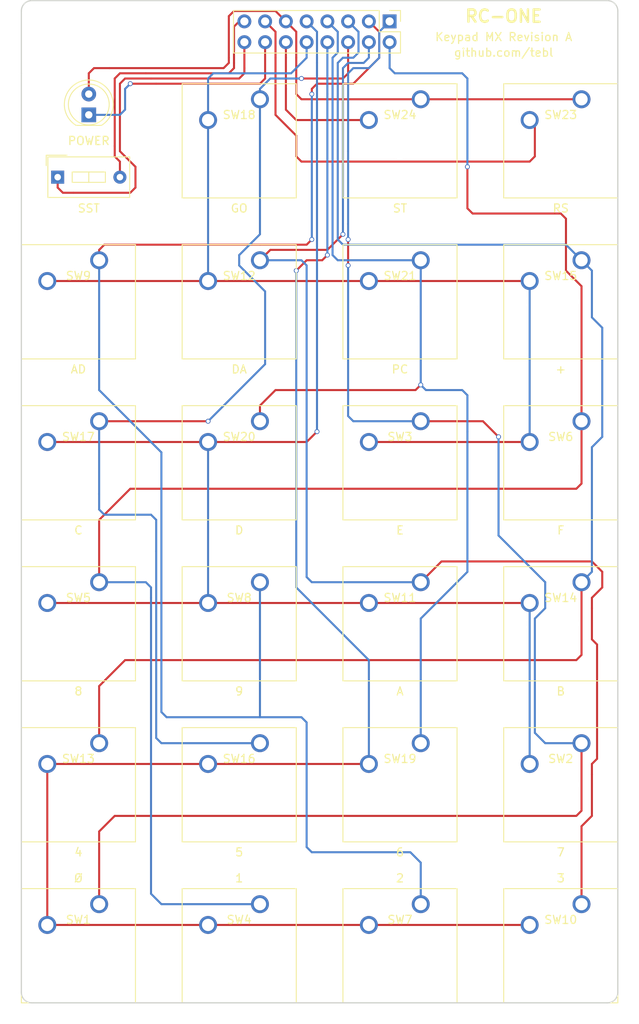
<source format=kicad_pcb>
(kicad_pcb (version 4) (host pcbnew 4.0.7)

  (general
    (links 50)
    (no_connects 0)
    (area 81.639999 55.169999 160.295001 180.615001)
    (thickness 1.6)
    (drawings 14)
    (tracks 292)
    (zones 0)
    (modules 26)
    (nets 17)
  )

  (page A4)
  (layers
    (0 F.Cu signal)
    (31 B.Cu signal)
    (32 B.Adhes user)
    (33 F.Adhes user)
    (34 B.Paste user)
    (35 F.Paste user)
    (36 B.SilkS user)
    (37 F.SilkS user)
    (38 B.Mask user)
    (39 F.Mask user)
    (40 Dwgs.User user)
    (41 Cmts.User user)
    (42 Eco1.User user)
    (43 Eco2.User user)
    (44 Edge.Cuts user)
    (45 Margin user)
    (46 B.CrtYd user)
    (47 F.CrtYd user)
    (48 B.Fab user)
    (49 F.Fab user)
  )

  (setup
    (last_trace_width 0.25)
    (trace_clearance 0.2)
    (zone_clearance 0.508)
    (zone_45_only no)
    (trace_min 0.2)
    (segment_width 0.2)
    (edge_width 0.15)
    (via_size 0.6)
    (via_drill 0.4)
    (via_min_size 0.4)
    (via_min_drill 0.3)
    (uvia_size 0.3)
    (uvia_drill 0.1)
    (uvias_allowed no)
    (uvia_min_size 0.2)
    (uvia_min_drill 0.1)
    (pcb_text_width 0.3)
    (pcb_text_size 1.5 1.5)
    (mod_edge_width 0.15)
    (mod_text_size 1 1)
    (mod_text_width 0.15)
    (pad_size 1.524 1.524)
    (pad_drill 0.762)
    (pad_to_mask_clearance 0.2)
    (aux_axis_origin 0 0)
    (visible_elements 7FFFFFFF)
    (pcbplotparams
      (layerselection 0x011fc_80000001)
      (usegerberextensions true)
      (excludeedgelayer true)
      (linewidth 0.100000)
      (plotframeref false)
      (viasonmask false)
      (mode 1)
      (useauxorigin false)
      (hpglpennumber 1)
      (hpglpenspeed 20)
      (hpglpendiameter 15)
      (hpglpenoverlay 2)
      (psnegative false)
      (psa4output false)
      (plotreference true)
      (plotvalue true)
      (plotinvisibletext false)
      (padsonsilk false)
      (subtractmaskfromsilk false)
      (outputformat 1)
      (mirror false)
      (drillshape 0)
      (scaleselection 1)
      (outputdirectory export/))
  )

  (net 0 "")
  (net 1 /LED)
  (net 2 /VCC)
  (net 3 /2A6)
  (net 4 /2A5)
  (net 5 /2A4)
  (net 6 /2A3)
  (net 7 /2A2)
  (net 8 /2A1)
  (net 9 /2A0)
  (net 10 /ROW_2)
  (net 11 /ROW_1)
  (net 12 /ROW_0)
  (net 13 /ST)
  (net 14 /RS)
  (net 15 /SST_OUT)
  (net 16 /SST_IN)

  (net_class Default "This is the default net class."
    (clearance 0.2)
    (trace_width 0.25)
    (via_dia 0.6)
    (via_drill 0.4)
    (uvia_dia 0.3)
    (uvia_drill 0.1)
    (add_net /2A0)
    (add_net /2A1)
    (add_net /2A2)
    (add_net /2A3)
    (add_net /2A4)
    (add_net /2A5)
    (add_net /2A6)
    (add_net /LED)
    (add_net /ROW_0)
    (add_net /ROW_1)
    (add_net /ROW_2)
    (add_net /RS)
    (add_net /SST_IN)
    (add_net /SST_OUT)
    (add_net /ST)
    (add_net /VCC)
  )

  (module LEDs:LED_D5.0mm (layer F.Cu) (tedit 5D629B76) (tstamp 5D6282C8)
    (at 92.71 69.215 90)
    (descr "LED, diameter 5.0mm, 2 pins, http://cdn-reichelt.de/documents/datenblatt/A500/LL-504BC2E-009.pdf")
    (tags "LED diameter 5.0mm 2 pins")
    (path /5D630229)
    (fp_text reference D1 (at 1.27 -3.96 90) (layer F.Fab)
      (effects (font (size 1 1) (thickness 0.15)))
    )
    (fp_text value PWR (at 1.27 3.96 90) (layer F.Fab)
      (effects (font (size 1 1) (thickness 0.15)))
    )
    (fp_arc (start 1.27 0) (end -1.23 -1.469694) (angle 299.1) (layer F.Fab) (width 0.1))
    (fp_arc (start 1.27 0) (end -1.29 -1.54483) (angle 148.9) (layer F.SilkS) (width 0.12))
    (fp_arc (start 1.27 0) (end -1.29 1.54483) (angle -148.9) (layer F.SilkS) (width 0.12))
    (fp_circle (center 1.27 0) (end 3.77 0) (layer F.Fab) (width 0.1))
    (fp_circle (center 1.27 0) (end 3.77 0) (layer F.SilkS) (width 0.12))
    (fp_line (start -1.23 -1.469694) (end -1.23 1.469694) (layer F.Fab) (width 0.1))
    (fp_line (start -1.29 -1.545) (end -1.29 1.545) (layer F.SilkS) (width 0.12))
    (fp_line (start -1.95 -3.25) (end -1.95 3.25) (layer F.CrtYd) (width 0.05))
    (fp_line (start -1.95 3.25) (end 4.5 3.25) (layer F.CrtYd) (width 0.05))
    (fp_line (start 4.5 3.25) (end 4.5 -3.25) (layer F.CrtYd) (width 0.05))
    (fp_line (start 4.5 -3.25) (end -1.95 -3.25) (layer F.CrtYd) (width 0.05))
    (fp_text user %R (at 1.25 0 90) (layer F.Fab)
      (effects (font (size 0.8 0.8) (thickness 0.2)))
    )
    (pad 1 thru_hole rect (at 0 0 90) (size 1.8 1.8) (drill 0.9) (layers *.Cu *.Mask)
      (net 1 /LED))
    (pad 2 thru_hole circle (at 2.54 0 90) (size 1.8 1.8) (drill 0.9) (layers *.Cu *.Mask)
      (net 2 /VCC))
    (model ${KISYS3DMOD}/LEDs.3dshapes/LED_D5.0mm.wrl
      (at (xyz 0 0 0))
      (scale (xyz 0.393701 0.393701 0.393701))
      (rotate (xyz 0 0 0))
    )
  )

  (module Pin_Headers:Pin_Header_Straight_2x08_Pitch2.54mm (layer F.Cu) (tedit 5D72494E) (tstamp 5D6282DC)
    (at 129.54 57.785 270)
    (descr "Through hole straight pin header, 2x08, 2.54mm pitch, double rows")
    (tags "Through hole pin header THT 2x08 2.54mm double row")
    (path /5D62D671)
    (fp_text reference J1 (at 1.27 -2.33 270) (layer F.Fab)
      (effects (font (size 1 1) (thickness 0.15)))
    )
    (fp_text value KB (at 1.27 20.11 270) (layer F.Fab)
      (effects (font (size 1 1) (thickness 0.15)))
    )
    (fp_line (start 0 -1.27) (end 3.81 -1.27) (layer F.Fab) (width 0.1))
    (fp_line (start 3.81 -1.27) (end 3.81 19.05) (layer F.Fab) (width 0.1))
    (fp_line (start 3.81 19.05) (end -1.27 19.05) (layer F.Fab) (width 0.1))
    (fp_line (start -1.27 19.05) (end -1.27 0) (layer F.Fab) (width 0.1))
    (fp_line (start -1.27 0) (end 0 -1.27) (layer F.Fab) (width 0.1))
    (fp_line (start -1.33 19.11) (end 3.87 19.11) (layer F.SilkS) (width 0.12))
    (fp_line (start -1.33 1.27) (end -1.33 19.11) (layer F.SilkS) (width 0.12))
    (fp_line (start 3.87 -1.33) (end 3.87 19.11) (layer F.SilkS) (width 0.12))
    (fp_line (start -1.33 1.27) (end 1.27 1.27) (layer F.SilkS) (width 0.12))
    (fp_line (start 1.27 1.27) (end 1.27 -1.33) (layer F.SilkS) (width 0.12))
    (fp_line (start 1.27 -1.33) (end 3.87 -1.33) (layer F.SilkS) (width 0.12))
    (fp_line (start -1.33 0) (end -1.33 -1.33) (layer F.SilkS) (width 0.12))
    (fp_line (start -1.33 -1.33) (end 0 -1.33) (layer F.SilkS) (width 0.12))
    (fp_line (start -1.8 -1.8) (end -1.8 19.55) (layer F.CrtYd) (width 0.05))
    (fp_line (start -1.8 19.55) (end 4.35 19.55) (layer F.CrtYd) (width 0.05))
    (fp_line (start 4.35 19.55) (end 4.35 -1.8) (layer F.CrtYd) (width 0.05))
    (fp_line (start 4.35 -1.8) (end -1.8 -1.8) (layer F.CrtYd) (width 0.05))
    (fp_text user %R (at 1.27 8.89 360) (layer F.Fab)
      (effects (font (size 1 1) (thickness 0.15)))
    )
    (pad 1 thru_hole rect (at 0 0 270) (size 1.7 1.7) (drill 1) (layers *.Cu *.Mask)
      (net 3 /2A6))
    (pad 2 thru_hole oval (at 2.54 0 270) (size 1.7 1.7) (drill 1) (layers *.Cu *.Mask)
      (net 4 /2A5))
    (pad 3 thru_hole oval (at 0 2.54 270) (size 1.7 1.7) (drill 1) (layers *.Cu *.Mask)
      (net 5 /2A4))
    (pad 4 thru_hole oval (at 2.54 2.54 270) (size 1.7 1.7) (drill 1) (layers *.Cu *.Mask)
      (net 6 /2A3))
    (pad 5 thru_hole oval (at 0 5.08 270) (size 1.7 1.7) (drill 1) (layers *.Cu *.Mask)
      (net 7 /2A2))
    (pad 6 thru_hole oval (at 2.54 5.08 270) (size 1.7 1.7) (drill 1) (layers *.Cu *.Mask)
      (net 8 /2A1))
    (pad 7 thru_hole oval (at 0 7.62 270) (size 1.7 1.7) (drill 1) (layers *.Cu *.Mask)
      (net 9 /2A0))
    (pad 8 thru_hole oval (at 2.54 7.62 270) (size 1.7 1.7) (drill 1) (layers *.Cu *.Mask)
      (net 10 /ROW_2))
    (pad 9 thru_hole oval (at 0 10.16 270) (size 1.7 1.7) (drill 1) (layers *.Cu *.Mask)
      (net 11 /ROW_1))
    (pad 10 thru_hole oval (at 2.54 10.16 270) (size 1.7 1.7) (drill 1) (layers *.Cu *.Mask)
      (net 12 /ROW_0))
    (pad 11 thru_hole oval (at 0 12.7 270) (size 1.7 1.7) (drill 1) (layers *.Cu *.Mask)
      (net 2 /VCC))
    (pad 12 thru_hole oval (at 2.54 12.7 270) (size 1.7 1.7) (drill 1) (layers *.Cu *.Mask)
      (net 13 /ST))
    (pad 13 thru_hole oval (at 0 15.24 270) (size 1.7 1.7) (drill 1) (layers *.Cu *.Mask)
      (net 14 /RS))
    (pad 14 thru_hole oval (at 2.54 15.24 270) (size 1.7 1.7) (drill 1) (layers *.Cu *.Mask)
      (net 1 /LED))
    (pad 15 thru_hole oval (at 0 17.78 270) (size 1.7 1.7) (drill 1) (layers *.Cu *.Mask)
      (net 15 /SST_OUT))
    (pad 16 thru_hole oval (at 2.54 17.78 270) (size 1.7 1.7) (drill 1) (layers *.Cu *.Mask)
      (net 16 /SST_IN))
    (model ${KISYS3DMOD}/Pin_Headers.3dshapes/Pin_Header_Straight_2x08_Pitch2.54mm.wrl
      (at (xyz 0 0 0))
      (scale (xyz 1 1 1))
      (rotate (xyz 0 0 0))
    )
  )

  (module Button_Switch_Keyboard:SW_Cherry_MX_1.00u_PCB (layer F.Cu) (tedit 5D629EEC) (tstamp 5D6282F6)
    (at 93.98 165.735)
    (descr "Cherry MX keyswitch, 1.00u, PCB mount, http://cherryamericas.com/wp-content/uploads/2014/12/mx_cat.pdf")
    (tags "Cherry MX keyswitch 1.00u PCB")
    (path /5D61DCD5)
    (fp_text reference SW1 (at -2.54 1.905) (layer F.SilkS)
      (effects (font (size 1 1) (thickness 0.15)))
    )
    (fp_text value Ø (at -2.54 -3.175) (layer F.SilkS)
      (effects (font (size 1 1) (thickness 0.15)))
    )
    (fp_text user %R (at -2.54 -2.794) (layer F.Fab)
      (effects (font (size 1 1) (thickness 0.15)))
    )
    (fp_line (start -8.89 -1.27) (end 3.81 -1.27) (layer F.Fab) (width 0.1))
    (fp_line (start 3.81 -1.27) (end 3.81 11.43) (layer F.Fab) (width 0.1))
    (fp_line (start 3.81 11.43) (end -8.89 11.43) (layer F.Fab) (width 0.1))
    (fp_line (start -8.89 11.43) (end -8.89 -1.27) (layer F.Fab) (width 0.1))
    (fp_line (start -9.14 11.68) (end -9.14 -1.52) (layer F.CrtYd) (width 0.05))
    (fp_line (start 4.06 11.68) (end -9.14 11.68) (layer F.CrtYd) (width 0.05))
    (fp_line (start 4.06 -1.52) (end 4.06 11.68) (layer F.CrtYd) (width 0.05))
    (fp_line (start -9.14 -1.52) (end 4.06 -1.52) (layer F.CrtYd) (width 0.05))
    (fp_line (start -12.065 -4.445) (end 6.985 -4.445) (layer Dwgs.User) (width 0.15))
    (fp_line (start 6.985 -4.445) (end 6.985 14.605) (layer Dwgs.User) (width 0.15))
    (fp_line (start 6.985 14.605) (end -12.065 14.605) (layer Dwgs.User) (width 0.15))
    (fp_line (start -12.065 14.605) (end -12.065 -4.445) (layer Dwgs.User) (width 0.15))
    (fp_line (start -9.525 -1.905) (end 4.445 -1.905) (layer F.SilkS) (width 0.12))
    (fp_line (start 4.445 -1.905) (end 4.445 12.065) (layer F.SilkS) (width 0.12))
    (fp_line (start 4.445 12.065) (end -9.525 12.065) (layer F.SilkS) (width 0.12))
    (fp_line (start -9.525 12.065) (end -9.525 -1.905) (layer F.SilkS) (width 0.12))
    (pad 1 thru_hole circle (at 0 0) (size 2.2 2.2) (drill 1.5) (layers *.Cu *.Mask)
      (net 3 /2A6))
    (pad 2 thru_hole circle (at -6.35 2.54) (size 2.2 2.2) (drill 1.5) (layers *.Cu *.Mask)
      (net 10 /ROW_2))
    (pad "" np_thru_hole circle (at -2.54 5.08) (size 4 4) (drill 4) (layers *.Cu *.Mask))
    (pad "" np_thru_hole circle (at -7.62 5.08) (size 1.7 1.7) (drill 1.7) (layers *.Cu *.Mask))
    (pad "" np_thru_hole circle (at 2.54 5.08) (size 1.7 1.7) (drill 1.7) (layers *.Cu *.Mask))
    (model ${KISYS3DMOD}/Button_Switch_Keyboard.3dshapes/SW_Cherry_MX_1.00u_PCB.wrl
      (at (xyz 0 0 0))
      (scale (xyz 1 1 1))
      (rotate (xyz 0 0 0))
    )
  )

  (module Button_Switch_Keyboard:SW_Cherry_MX_1.00u_PCB (layer F.Cu) (tedit 5D629ED9) (tstamp 5D628310)
    (at 153.035 146.05)
    (descr "Cherry MX keyswitch, 1.00u, PCB mount, http://cherryamericas.com/wp-content/uploads/2014/12/mx_cat.pdf")
    (tags "Cherry MX keyswitch 1.00u PCB")
    (path /5D61DCD2)
    (fp_text reference SW2 (at -2.54 1.905) (layer F.SilkS)
      (effects (font (size 1 1) (thickness 0.15)))
    )
    (fp_text value 7 (at -2.54 13.335) (layer F.SilkS)
      (effects (font (size 1 1) (thickness 0.15)))
    )
    (fp_text user %R (at -2.54 -2.794) (layer F.Fab)
      (effects (font (size 1 1) (thickness 0.15)))
    )
    (fp_line (start -8.89 -1.27) (end 3.81 -1.27) (layer F.Fab) (width 0.1))
    (fp_line (start 3.81 -1.27) (end 3.81 11.43) (layer F.Fab) (width 0.1))
    (fp_line (start 3.81 11.43) (end -8.89 11.43) (layer F.Fab) (width 0.1))
    (fp_line (start -8.89 11.43) (end -8.89 -1.27) (layer F.Fab) (width 0.1))
    (fp_line (start -9.14 11.68) (end -9.14 -1.52) (layer F.CrtYd) (width 0.05))
    (fp_line (start 4.06 11.68) (end -9.14 11.68) (layer F.CrtYd) (width 0.05))
    (fp_line (start 4.06 -1.52) (end 4.06 11.68) (layer F.CrtYd) (width 0.05))
    (fp_line (start -9.14 -1.52) (end 4.06 -1.52) (layer F.CrtYd) (width 0.05))
    (fp_line (start -12.065 -4.445) (end 6.985 -4.445) (layer Dwgs.User) (width 0.15))
    (fp_line (start 6.985 -4.445) (end 6.985 14.605) (layer Dwgs.User) (width 0.15))
    (fp_line (start 6.985 14.605) (end -12.065 14.605) (layer Dwgs.User) (width 0.15))
    (fp_line (start -12.065 14.605) (end -12.065 -4.445) (layer Dwgs.User) (width 0.15))
    (fp_line (start -9.525 -1.905) (end 4.445 -1.905) (layer F.SilkS) (width 0.12))
    (fp_line (start 4.445 -1.905) (end 4.445 12.065) (layer F.SilkS) (width 0.12))
    (fp_line (start 4.445 12.065) (end -9.525 12.065) (layer F.SilkS) (width 0.12))
    (fp_line (start -9.525 12.065) (end -9.525 -1.905) (layer F.SilkS) (width 0.12))
    (pad 1 thru_hole circle (at 0 0) (size 2.2 2.2) (drill 1.5) (layers *.Cu *.Mask)
      (net 3 /2A6))
    (pad 2 thru_hole circle (at -6.35 2.54) (size 2.2 2.2) (drill 1.5) (layers *.Cu *.Mask)
      (net 11 /ROW_1))
    (pad "" np_thru_hole circle (at -2.54 5.08) (size 4 4) (drill 4) (layers *.Cu *.Mask))
    (pad "" np_thru_hole circle (at -7.62 5.08) (size 1.7 1.7) (drill 1.7) (layers *.Cu *.Mask))
    (pad "" np_thru_hole circle (at 2.54 5.08) (size 1.7 1.7) (drill 1.7) (layers *.Cu *.Mask))
    (model ${KISYS3DMOD}/Button_Switch_Keyboard.3dshapes/SW_Cherry_MX_1.00u_PCB.wrl
      (at (xyz 0 0 0))
      (scale (xyz 1 1 1))
      (rotate (xyz 0 0 0))
    )
  )

  (module Button_Switch_Keyboard:SW_Cherry_MX_1.00u_PCB (layer F.Cu) (tedit 5D629EB6) (tstamp 5D62832A)
    (at 133.35 106.68)
    (descr "Cherry MX keyswitch, 1.00u, PCB mount, http://cherryamericas.com/wp-content/uploads/2014/12/mx_cat.pdf")
    (tags "Cherry MX keyswitch 1.00u PCB")
    (path /5D61DCC9)
    (fp_text reference SW3 (at -2.54 1.905) (layer F.SilkS)
      (effects (font (size 1 1) (thickness 0.15)))
    )
    (fp_text value E (at -2.54 13.335) (layer F.SilkS)
      (effects (font (size 1 1) (thickness 0.15)))
    )
    (fp_text user %R (at -2.54 -2.794) (layer F.Fab)
      (effects (font (size 1 1) (thickness 0.15)))
    )
    (fp_line (start -8.89 -1.27) (end 3.81 -1.27) (layer F.Fab) (width 0.1))
    (fp_line (start 3.81 -1.27) (end 3.81 11.43) (layer F.Fab) (width 0.1))
    (fp_line (start 3.81 11.43) (end -8.89 11.43) (layer F.Fab) (width 0.1))
    (fp_line (start -8.89 11.43) (end -8.89 -1.27) (layer F.Fab) (width 0.1))
    (fp_line (start -9.14 11.68) (end -9.14 -1.52) (layer F.CrtYd) (width 0.05))
    (fp_line (start 4.06 11.68) (end -9.14 11.68) (layer F.CrtYd) (width 0.05))
    (fp_line (start 4.06 -1.52) (end 4.06 11.68) (layer F.CrtYd) (width 0.05))
    (fp_line (start -9.14 -1.52) (end 4.06 -1.52) (layer F.CrtYd) (width 0.05))
    (fp_line (start -12.065 -4.445) (end 6.985 -4.445) (layer Dwgs.User) (width 0.15))
    (fp_line (start 6.985 -4.445) (end 6.985 14.605) (layer Dwgs.User) (width 0.15))
    (fp_line (start 6.985 14.605) (end -12.065 14.605) (layer Dwgs.User) (width 0.15))
    (fp_line (start -12.065 14.605) (end -12.065 -4.445) (layer Dwgs.User) (width 0.15))
    (fp_line (start -9.525 -1.905) (end 4.445 -1.905) (layer F.SilkS) (width 0.12))
    (fp_line (start 4.445 -1.905) (end 4.445 12.065) (layer F.SilkS) (width 0.12))
    (fp_line (start 4.445 12.065) (end -9.525 12.065) (layer F.SilkS) (width 0.12))
    (fp_line (start -9.525 12.065) (end -9.525 -1.905) (layer F.SilkS) (width 0.12))
    (pad 1 thru_hole circle (at 0 0) (size 2.2 2.2) (drill 1.5) (layers *.Cu *.Mask)
      (net 3 /2A6))
    (pad 2 thru_hole circle (at -6.35 2.54) (size 2.2 2.2) (drill 1.5) (layers *.Cu *.Mask)
      (net 12 /ROW_0))
    (pad "" np_thru_hole circle (at -2.54 5.08) (size 4 4) (drill 4) (layers *.Cu *.Mask))
    (pad "" np_thru_hole circle (at -7.62 5.08) (size 1.7 1.7) (drill 1.7) (layers *.Cu *.Mask))
    (pad "" np_thru_hole circle (at 2.54 5.08) (size 1.7 1.7) (drill 1.7) (layers *.Cu *.Mask))
    (model ${KISYS3DMOD}/Button_Switch_Keyboard.3dshapes/SW_Cherry_MX_1.00u_PCB.wrl
      (at (xyz 0 0 0))
      (scale (xyz 1 1 1))
      (rotate (xyz 0 0 0))
    )
  )

  (module Button_Switch_Keyboard:SW_Cherry_MX_1.00u_PCB (layer F.Cu) (tedit 5D629EE8) (tstamp 5D628344)
    (at 113.665 165.735)
    (descr "Cherry MX keyswitch, 1.00u, PCB mount, http://cherryamericas.com/wp-content/uploads/2014/12/mx_cat.pdf")
    (tags "Cherry MX keyswitch 1.00u PCB")
    (path /5D61DCC6)
    (fp_text reference SW4 (at -2.54 1.905) (layer F.SilkS)
      (effects (font (size 1 1) (thickness 0.15)))
    )
    (fp_text value 1 (at -2.54 -3.175) (layer F.SilkS)
      (effects (font (size 1 1) (thickness 0.15)))
    )
    (fp_text user %R (at -2.54 -2.794) (layer F.Fab)
      (effects (font (size 1 1) (thickness 0.15)))
    )
    (fp_line (start -8.89 -1.27) (end 3.81 -1.27) (layer F.Fab) (width 0.1))
    (fp_line (start 3.81 -1.27) (end 3.81 11.43) (layer F.Fab) (width 0.1))
    (fp_line (start 3.81 11.43) (end -8.89 11.43) (layer F.Fab) (width 0.1))
    (fp_line (start -8.89 11.43) (end -8.89 -1.27) (layer F.Fab) (width 0.1))
    (fp_line (start -9.14 11.68) (end -9.14 -1.52) (layer F.CrtYd) (width 0.05))
    (fp_line (start 4.06 11.68) (end -9.14 11.68) (layer F.CrtYd) (width 0.05))
    (fp_line (start 4.06 -1.52) (end 4.06 11.68) (layer F.CrtYd) (width 0.05))
    (fp_line (start -9.14 -1.52) (end 4.06 -1.52) (layer F.CrtYd) (width 0.05))
    (fp_line (start -12.065 -4.445) (end 6.985 -4.445) (layer Dwgs.User) (width 0.15))
    (fp_line (start 6.985 -4.445) (end 6.985 14.605) (layer Dwgs.User) (width 0.15))
    (fp_line (start 6.985 14.605) (end -12.065 14.605) (layer Dwgs.User) (width 0.15))
    (fp_line (start -12.065 14.605) (end -12.065 -4.445) (layer Dwgs.User) (width 0.15))
    (fp_line (start -9.525 -1.905) (end 4.445 -1.905) (layer F.SilkS) (width 0.12))
    (fp_line (start 4.445 -1.905) (end 4.445 12.065) (layer F.SilkS) (width 0.12))
    (fp_line (start 4.445 12.065) (end -9.525 12.065) (layer F.SilkS) (width 0.12))
    (fp_line (start -9.525 12.065) (end -9.525 -1.905) (layer F.SilkS) (width 0.12))
    (pad 1 thru_hole circle (at 0 0) (size 2.2 2.2) (drill 1.5) (layers *.Cu *.Mask)
      (net 4 /2A5))
    (pad 2 thru_hole circle (at -6.35 2.54) (size 2.2 2.2) (drill 1.5) (layers *.Cu *.Mask)
      (net 10 /ROW_2))
    (pad "" np_thru_hole circle (at -2.54 5.08) (size 4 4) (drill 4) (layers *.Cu *.Mask))
    (pad "" np_thru_hole circle (at -7.62 5.08) (size 1.7 1.7) (drill 1.7) (layers *.Cu *.Mask))
    (pad "" np_thru_hole circle (at 2.54 5.08) (size 1.7 1.7) (drill 1.7) (layers *.Cu *.Mask))
    (model ${KISYS3DMOD}/Button_Switch_Keyboard.3dshapes/SW_Cherry_MX_1.00u_PCB.wrl
      (at (xyz 0 0 0))
      (scale (xyz 1 1 1))
      (rotate (xyz 0 0 0))
    )
  )

  (module Button_Switch_Keyboard:SW_Cherry_MX_1.00u_PCB (layer F.Cu) (tedit 5D629EC8) (tstamp 5D62835E)
    (at 93.98 126.365)
    (descr "Cherry MX keyswitch, 1.00u, PCB mount, http://cherryamericas.com/wp-content/uploads/2014/12/mx_cat.pdf")
    (tags "Cherry MX keyswitch 1.00u PCB")
    (path /5D61DCD3)
    (fp_text reference SW5 (at -2.54 1.905) (layer F.SilkS)
      (effects (font (size 1 1) (thickness 0.15)))
    )
    (fp_text value 8 (at -2.54 13.335) (layer F.SilkS)
      (effects (font (size 1 1) (thickness 0.15)))
    )
    (fp_text user %R (at -2.54 -2.794) (layer F.Fab)
      (effects (font (size 1 1) (thickness 0.15)))
    )
    (fp_line (start -8.89 -1.27) (end 3.81 -1.27) (layer F.Fab) (width 0.1))
    (fp_line (start 3.81 -1.27) (end 3.81 11.43) (layer F.Fab) (width 0.1))
    (fp_line (start 3.81 11.43) (end -8.89 11.43) (layer F.Fab) (width 0.1))
    (fp_line (start -8.89 11.43) (end -8.89 -1.27) (layer F.Fab) (width 0.1))
    (fp_line (start -9.14 11.68) (end -9.14 -1.52) (layer F.CrtYd) (width 0.05))
    (fp_line (start 4.06 11.68) (end -9.14 11.68) (layer F.CrtYd) (width 0.05))
    (fp_line (start 4.06 -1.52) (end 4.06 11.68) (layer F.CrtYd) (width 0.05))
    (fp_line (start -9.14 -1.52) (end 4.06 -1.52) (layer F.CrtYd) (width 0.05))
    (fp_line (start -12.065 -4.445) (end 6.985 -4.445) (layer Dwgs.User) (width 0.15))
    (fp_line (start 6.985 -4.445) (end 6.985 14.605) (layer Dwgs.User) (width 0.15))
    (fp_line (start 6.985 14.605) (end -12.065 14.605) (layer Dwgs.User) (width 0.15))
    (fp_line (start -12.065 14.605) (end -12.065 -4.445) (layer Dwgs.User) (width 0.15))
    (fp_line (start -9.525 -1.905) (end 4.445 -1.905) (layer F.SilkS) (width 0.12))
    (fp_line (start 4.445 -1.905) (end 4.445 12.065) (layer F.SilkS) (width 0.12))
    (fp_line (start 4.445 12.065) (end -9.525 12.065) (layer F.SilkS) (width 0.12))
    (fp_line (start -9.525 12.065) (end -9.525 -1.905) (layer F.SilkS) (width 0.12))
    (pad 1 thru_hole circle (at 0 0) (size 2.2 2.2) (drill 1.5) (layers *.Cu *.Mask)
      (net 4 /2A5))
    (pad 2 thru_hole circle (at -6.35 2.54) (size 2.2 2.2) (drill 1.5) (layers *.Cu *.Mask)
      (net 11 /ROW_1))
    (pad "" np_thru_hole circle (at -2.54 5.08) (size 4 4) (drill 4) (layers *.Cu *.Mask))
    (pad "" np_thru_hole circle (at -7.62 5.08) (size 1.7 1.7) (drill 1.7) (layers *.Cu *.Mask))
    (pad "" np_thru_hole circle (at 2.54 5.08) (size 1.7 1.7) (drill 1.7) (layers *.Cu *.Mask))
    (model ${KISYS3DMOD}/Button_Switch_Keyboard.3dshapes/SW_Cherry_MX_1.00u_PCB.wrl
      (at (xyz 0 0 0))
      (scale (xyz 1 1 1))
      (rotate (xyz 0 0 0))
    )
  )

  (module Button_Switch_Keyboard:SW_Cherry_MX_1.00u_PCB (layer F.Cu) (tedit 5D629EB9) (tstamp 5D628378)
    (at 153.035 106.68)
    (descr "Cherry MX keyswitch, 1.00u, PCB mount, http://cherryamericas.com/wp-content/uploads/2014/12/mx_cat.pdf")
    (tags "Cherry MX keyswitch 1.00u PCB")
    (path /5D61DCCD)
    (fp_text reference SW6 (at -2.54 1.905) (layer F.SilkS)
      (effects (font (size 1 1) (thickness 0.15)))
    )
    (fp_text value F (at -2.54 13.335) (layer F.SilkS)
      (effects (font (size 1 1) (thickness 0.15)))
    )
    (fp_text user %R (at -2.54 -2.794) (layer F.Fab)
      (effects (font (size 1 1) (thickness 0.15)))
    )
    (fp_line (start -8.89 -1.27) (end 3.81 -1.27) (layer F.Fab) (width 0.1))
    (fp_line (start 3.81 -1.27) (end 3.81 11.43) (layer F.Fab) (width 0.1))
    (fp_line (start 3.81 11.43) (end -8.89 11.43) (layer F.Fab) (width 0.1))
    (fp_line (start -8.89 11.43) (end -8.89 -1.27) (layer F.Fab) (width 0.1))
    (fp_line (start -9.14 11.68) (end -9.14 -1.52) (layer F.CrtYd) (width 0.05))
    (fp_line (start 4.06 11.68) (end -9.14 11.68) (layer F.CrtYd) (width 0.05))
    (fp_line (start 4.06 -1.52) (end 4.06 11.68) (layer F.CrtYd) (width 0.05))
    (fp_line (start -9.14 -1.52) (end 4.06 -1.52) (layer F.CrtYd) (width 0.05))
    (fp_line (start -12.065 -4.445) (end 6.985 -4.445) (layer Dwgs.User) (width 0.15))
    (fp_line (start 6.985 -4.445) (end 6.985 14.605) (layer Dwgs.User) (width 0.15))
    (fp_line (start 6.985 14.605) (end -12.065 14.605) (layer Dwgs.User) (width 0.15))
    (fp_line (start -12.065 14.605) (end -12.065 -4.445) (layer Dwgs.User) (width 0.15))
    (fp_line (start -9.525 -1.905) (end 4.445 -1.905) (layer F.SilkS) (width 0.12))
    (fp_line (start 4.445 -1.905) (end 4.445 12.065) (layer F.SilkS) (width 0.12))
    (fp_line (start 4.445 12.065) (end -9.525 12.065) (layer F.SilkS) (width 0.12))
    (fp_line (start -9.525 12.065) (end -9.525 -1.905) (layer F.SilkS) (width 0.12))
    (pad 1 thru_hole circle (at 0 0) (size 2.2 2.2) (drill 1.5) (layers *.Cu *.Mask)
      (net 4 /2A5))
    (pad 2 thru_hole circle (at -6.35 2.54) (size 2.2 2.2) (drill 1.5) (layers *.Cu *.Mask)
      (net 12 /ROW_0))
    (pad "" np_thru_hole circle (at -2.54 5.08) (size 4 4) (drill 4) (layers *.Cu *.Mask))
    (pad "" np_thru_hole circle (at -7.62 5.08) (size 1.7 1.7) (drill 1.7) (layers *.Cu *.Mask))
    (pad "" np_thru_hole circle (at 2.54 5.08) (size 1.7 1.7) (drill 1.7) (layers *.Cu *.Mask))
    (model ${KISYS3DMOD}/Button_Switch_Keyboard.3dshapes/SW_Cherry_MX_1.00u_PCB.wrl
      (at (xyz 0 0 0))
      (scale (xyz 1 1 1))
      (rotate (xyz 0 0 0))
    )
  )

  (module Button_Switch_Keyboard:SW_Cherry_MX_1.00u_PCB (layer F.Cu) (tedit 5D629EE3) (tstamp 5D628392)
    (at 133.35 165.735)
    (descr "Cherry MX keyswitch, 1.00u, PCB mount, http://cherryamericas.com/wp-content/uploads/2014/12/mx_cat.pdf")
    (tags "Cherry MX keyswitch 1.00u PCB")
    (path /5D61DCC5)
    (fp_text reference SW7 (at -2.54 1.905) (layer F.SilkS)
      (effects (font (size 1 1) (thickness 0.15)))
    )
    (fp_text value 2 (at -2.54 -3.175) (layer F.SilkS)
      (effects (font (size 1 1) (thickness 0.15)))
    )
    (fp_text user %R (at -2.54 -2.794) (layer F.Fab)
      (effects (font (size 1 1) (thickness 0.15)))
    )
    (fp_line (start -8.89 -1.27) (end 3.81 -1.27) (layer F.Fab) (width 0.1))
    (fp_line (start 3.81 -1.27) (end 3.81 11.43) (layer F.Fab) (width 0.1))
    (fp_line (start 3.81 11.43) (end -8.89 11.43) (layer F.Fab) (width 0.1))
    (fp_line (start -8.89 11.43) (end -8.89 -1.27) (layer F.Fab) (width 0.1))
    (fp_line (start -9.14 11.68) (end -9.14 -1.52) (layer F.CrtYd) (width 0.05))
    (fp_line (start 4.06 11.68) (end -9.14 11.68) (layer F.CrtYd) (width 0.05))
    (fp_line (start 4.06 -1.52) (end 4.06 11.68) (layer F.CrtYd) (width 0.05))
    (fp_line (start -9.14 -1.52) (end 4.06 -1.52) (layer F.CrtYd) (width 0.05))
    (fp_line (start -12.065 -4.445) (end 6.985 -4.445) (layer Dwgs.User) (width 0.15))
    (fp_line (start 6.985 -4.445) (end 6.985 14.605) (layer Dwgs.User) (width 0.15))
    (fp_line (start 6.985 14.605) (end -12.065 14.605) (layer Dwgs.User) (width 0.15))
    (fp_line (start -12.065 14.605) (end -12.065 -4.445) (layer Dwgs.User) (width 0.15))
    (fp_line (start -9.525 -1.905) (end 4.445 -1.905) (layer F.SilkS) (width 0.12))
    (fp_line (start 4.445 -1.905) (end 4.445 12.065) (layer F.SilkS) (width 0.12))
    (fp_line (start 4.445 12.065) (end -9.525 12.065) (layer F.SilkS) (width 0.12))
    (fp_line (start -9.525 12.065) (end -9.525 -1.905) (layer F.SilkS) (width 0.12))
    (pad 1 thru_hole circle (at 0 0) (size 2.2 2.2) (drill 1.5) (layers *.Cu *.Mask)
      (net 5 /2A4))
    (pad 2 thru_hole circle (at -6.35 2.54) (size 2.2 2.2) (drill 1.5) (layers *.Cu *.Mask)
      (net 10 /ROW_2))
    (pad "" np_thru_hole circle (at -2.54 5.08) (size 4 4) (drill 4) (layers *.Cu *.Mask))
    (pad "" np_thru_hole circle (at -7.62 5.08) (size 1.7 1.7) (drill 1.7) (layers *.Cu *.Mask))
    (pad "" np_thru_hole circle (at 2.54 5.08) (size 1.7 1.7) (drill 1.7) (layers *.Cu *.Mask))
    (model ${KISYS3DMOD}/Button_Switch_Keyboard.3dshapes/SW_Cherry_MX_1.00u_PCB.wrl
      (at (xyz 0 0 0))
      (scale (xyz 1 1 1))
      (rotate (xyz 0 0 0))
    )
  )

  (module Button_Switch_Keyboard:SW_Cherry_MX_1.00u_PCB (layer F.Cu) (tedit 5D629EC5) (tstamp 5D6283AC)
    (at 113.665 126.365)
    (descr "Cherry MX keyswitch, 1.00u, PCB mount, http://cherryamericas.com/wp-content/uploads/2014/12/mx_cat.pdf")
    (tags "Cherry MX keyswitch 1.00u PCB")
    (path /5D61DCD4)
    (fp_text reference SW8 (at -2.54 1.905) (layer F.SilkS)
      (effects (font (size 1 1) (thickness 0.15)))
    )
    (fp_text value 9 (at -2.54 13.335) (layer F.SilkS)
      (effects (font (size 1 1) (thickness 0.15)))
    )
    (fp_text user %R (at -2.54 -2.794) (layer F.Fab)
      (effects (font (size 1 1) (thickness 0.15)))
    )
    (fp_line (start -8.89 -1.27) (end 3.81 -1.27) (layer F.Fab) (width 0.1))
    (fp_line (start 3.81 -1.27) (end 3.81 11.43) (layer F.Fab) (width 0.1))
    (fp_line (start 3.81 11.43) (end -8.89 11.43) (layer F.Fab) (width 0.1))
    (fp_line (start -8.89 11.43) (end -8.89 -1.27) (layer F.Fab) (width 0.1))
    (fp_line (start -9.14 11.68) (end -9.14 -1.52) (layer F.CrtYd) (width 0.05))
    (fp_line (start 4.06 11.68) (end -9.14 11.68) (layer F.CrtYd) (width 0.05))
    (fp_line (start 4.06 -1.52) (end 4.06 11.68) (layer F.CrtYd) (width 0.05))
    (fp_line (start -9.14 -1.52) (end 4.06 -1.52) (layer F.CrtYd) (width 0.05))
    (fp_line (start -12.065 -4.445) (end 6.985 -4.445) (layer Dwgs.User) (width 0.15))
    (fp_line (start 6.985 -4.445) (end 6.985 14.605) (layer Dwgs.User) (width 0.15))
    (fp_line (start 6.985 14.605) (end -12.065 14.605) (layer Dwgs.User) (width 0.15))
    (fp_line (start -12.065 14.605) (end -12.065 -4.445) (layer Dwgs.User) (width 0.15))
    (fp_line (start -9.525 -1.905) (end 4.445 -1.905) (layer F.SilkS) (width 0.12))
    (fp_line (start 4.445 -1.905) (end 4.445 12.065) (layer F.SilkS) (width 0.12))
    (fp_line (start 4.445 12.065) (end -9.525 12.065) (layer F.SilkS) (width 0.12))
    (fp_line (start -9.525 12.065) (end -9.525 -1.905) (layer F.SilkS) (width 0.12))
    (pad 1 thru_hole circle (at 0 0) (size 2.2 2.2) (drill 1.5) (layers *.Cu *.Mask)
      (net 5 /2A4))
    (pad 2 thru_hole circle (at -6.35 2.54) (size 2.2 2.2) (drill 1.5) (layers *.Cu *.Mask)
      (net 11 /ROW_1))
    (pad "" np_thru_hole circle (at -2.54 5.08) (size 4 4) (drill 4) (layers *.Cu *.Mask))
    (pad "" np_thru_hole circle (at -7.62 5.08) (size 1.7 1.7) (drill 1.7) (layers *.Cu *.Mask))
    (pad "" np_thru_hole circle (at 2.54 5.08) (size 1.7 1.7) (drill 1.7) (layers *.Cu *.Mask))
    (model ${KISYS3DMOD}/Button_Switch_Keyboard.3dshapes/SW_Cherry_MX_1.00u_PCB.wrl
      (at (xyz 0 0 0))
      (scale (xyz 1 1 1))
      (rotate (xyz 0 0 0))
    )
  )

  (module Button_Switch_Keyboard:SW_Cherry_MX_1.00u_PCB (layer F.Cu) (tedit 5D629EAA) (tstamp 5D6283C6)
    (at 93.98 86.995)
    (descr "Cherry MX keyswitch, 1.00u, PCB mount, http://cherryamericas.com/wp-content/uploads/2014/12/mx_cat.pdf")
    (tags "Cherry MX keyswitch 1.00u PCB")
    (path /5D61DCD7)
    (fp_text reference SW9 (at -2.54 1.905) (layer F.SilkS)
      (effects (font (size 1 1) (thickness 0.15)))
    )
    (fp_text value AD (at -2.54 13.335) (layer F.SilkS)
      (effects (font (size 1 1) (thickness 0.15)))
    )
    (fp_text user %R (at -2.54 -2.794) (layer F.Fab)
      (effects (font (size 1 1) (thickness 0.15)))
    )
    (fp_line (start -8.89 -1.27) (end 3.81 -1.27) (layer F.Fab) (width 0.1))
    (fp_line (start 3.81 -1.27) (end 3.81 11.43) (layer F.Fab) (width 0.1))
    (fp_line (start 3.81 11.43) (end -8.89 11.43) (layer F.Fab) (width 0.1))
    (fp_line (start -8.89 11.43) (end -8.89 -1.27) (layer F.Fab) (width 0.1))
    (fp_line (start -9.14 11.68) (end -9.14 -1.52) (layer F.CrtYd) (width 0.05))
    (fp_line (start 4.06 11.68) (end -9.14 11.68) (layer F.CrtYd) (width 0.05))
    (fp_line (start 4.06 -1.52) (end 4.06 11.68) (layer F.CrtYd) (width 0.05))
    (fp_line (start -9.14 -1.52) (end 4.06 -1.52) (layer F.CrtYd) (width 0.05))
    (fp_line (start -12.065 -4.445) (end 6.985 -4.445) (layer Dwgs.User) (width 0.15))
    (fp_line (start 6.985 -4.445) (end 6.985 14.605) (layer Dwgs.User) (width 0.15))
    (fp_line (start 6.985 14.605) (end -12.065 14.605) (layer Dwgs.User) (width 0.15))
    (fp_line (start -12.065 14.605) (end -12.065 -4.445) (layer Dwgs.User) (width 0.15))
    (fp_line (start -9.525 -1.905) (end 4.445 -1.905) (layer F.SilkS) (width 0.12))
    (fp_line (start 4.445 -1.905) (end 4.445 12.065) (layer F.SilkS) (width 0.12))
    (fp_line (start 4.445 12.065) (end -9.525 12.065) (layer F.SilkS) (width 0.12))
    (fp_line (start -9.525 12.065) (end -9.525 -1.905) (layer F.SilkS) (width 0.12))
    (pad 1 thru_hole circle (at 0 0) (size 2.2 2.2) (drill 1.5) (layers *.Cu *.Mask)
      (net 5 /2A4))
    (pad 2 thru_hole circle (at -6.35 2.54) (size 2.2 2.2) (drill 1.5) (layers *.Cu *.Mask)
      (net 12 /ROW_0))
    (pad "" np_thru_hole circle (at -2.54 5.08) (size 4 4) (drill 4) (layers *.Cu *.Mask))
    (pad "" np_thru_hole circle (at -7.62 5.08) (size 1.7 1.7) (drill 1.7) (layers *.Cu *.Mask))
    (pad "" np_thru_hole circle (at 2.54 5.08) (size 1.7 1.7) (drill 1.7) (layers *.Cu *.Mask))
    (model ${KISYS3DMOD}/Button_Switch_Keyboard.3dshapes/SW_Cherry_MX_1.00u_PCB.wrl
      (at (xyz 0 0 0))
      (scale (xyz 1 1 1))
      (rotate (xyz 0 0 0))
    )
  )

  (module Button_Switch_Keyboard:SW_Cherry_MX_1.00u_PCB (layer F.Cu) (tedit 5D629EDF) (tstamp 5D6283E0)
    (at 153.035 165.735)
    (descr "Cherry MX keyswitch, 1.00u, PCB mount, http://cherryamericas.com/wp-content/uploads/2014/12/mx_cat.pdf")
    (tags "Cherry MX keyswitch 1.00u PCB")
    (path /5D61DCC4)
    (fp_text reference SW10 (at -2.54 1.905) (layer F.SilkS)
      (effects (font (size 1 1) (thickness 0.15)))
    )
    (fp_text value 3 (at -2.54 -3.175) (layer F.SilkS)
      (effects (font (size 1 1) (thickness 0.15)))
    )
    (fp_text user %R (at -2.54 -2.794) (layer F.Fab)
      (effects (font (size 1 1) (thickness 0.15)))
    )
    (fp_line (start -8.89 -1.27) (end 3.81 -1.27) (layer F.Fab) (width 0.1))
    (fp_line (start 3.81 -1.27) (end 3.81 11.43) (layer F.Fab) (width 0.1))
    (fp_line (start 3.81 11.43) (end -8.89 11.43) (layer F.Fab) (width 0.1))
    (fp_line (start -8.89 11.43) (end -8.89 -1.27) (layer F.Fab) (width 0.1))
    (fp_line (start -9.14 11.68) (end -9.14 -1.52) (layer F.CrtYd) (width 0.05))
    (fp_line (start 4.06 11.68) (end -9.14 11.68) (layer F.CrtYd) (width 0.05))
    (fp_line (start 4.06 -1.52) (end 4.06 11.68) (layer F.CrtYd) (width 0.05))
    (fp_line (start -9.14 -1.52) (end 4.06 -1.52) (layer F.CrtYd) (width 0.05))
    (fp_line (start -12.065 -4.445) (end 6.985 -4.445) (layer Dwgs.User) (width 0.15))
    (fp_line (start 6.985 -4.445) (end 6.985 14.605) (layer Dwgs.User) (width 0.15))
    (fp_line (start 6.985 14.605) (end -12.065 14.605) (layer Dwgs.User) (width 0.15))
    (fp_line (start -12.065 14.605) (end -12.065 -4.445) (layer Dwgs.User) (width 0.15))
    (fp_line (start -9.525 -1.905) (end 4.445 -1.905) (layer F.SilkS) (width 0.12))
    (fp_line (start 4.445 -1.905) (end 4.445 12.065) (layer F.SilkS) (width 0.12))
    (fp_line (start 4.445 12.065) (end -9.525 12.065) (layer F.SilkS) (width 0.12))
    (fp_line (start -9.525 12.065) (end -9.525 -1.905) (layer F.SilkS) (width 0.12))
    (pad 1 thru_hole circle (at 0 0) (size 2.2 2.2) (drill 1.5) (layers *.Cu *.Mask)
      (net 6 /2A3))
    (pad 2 thru_hole circle (at -6.35 2.54) (size 2.2 2.2) (drill 1.5) (layers *.Cu *.Mask)
      (net 10 /ROW_2))
    (pad "" np_thru_hole circle (at -2.54 5.08) (size 4 4) (drill 4) (layers *.Cu *.Mask))
    (pad "" np_thru_hole circle (at -7.62 5.08) (size 1.7 1.7) (drill 1.7) (layers *.Cu *.Mask))
    (pad "" np_thru_hole circle (at 2.54 5.08) (size 1.7 1.7) (drill 1.7) (layers *.Cu *.Mask))
    (model ${KISYS3DMOD}/Button_Switch_Keyboard.3dshapes/SW_Cherry_MX_1.00u_PCB.wrl
      (at (xyz 0 0 0))
      (scale (xyz 1 1 1))
      (rotate (xyz 0 0 0))
    )
  )

  (module Button_Switch_Keyboard:SW_Cherry_MX_1.00u_PCB (layer F.Cu) (tedit 5D629EBE) (tstamp 5D6283FA)
    (at 133.35 126.365)
    (descr "Cherry MX keyswitch, 1.00u, PCB mount, http://cherryamericas.com/wp-content/uploads/2014/12/mx_cat.pdf")
    (tags "Cherry MX keyswitch 1.00u PCB")
    (path /5D61DCD0)
    (fp_text reference SW11 (at -2.54 1.905) (layer F.SilkS)
      (effects (font (size 1 1) (thickness 0.15)))
    )
    (fp_text value A (at -2.54 13.335) (layer F.SilkS)
      (effects (font (size 1 1) (thickness 0.15)))
    )
    (fp_text user %R (at -2.54 -2.794) (layer F.Fab)
      (effects (font (size 1 1) (thickness 0.15)))
    )
    (fp_line (start -8.89 -1.27) (end 3.81 -1.27) (layer F.Fab) (width 0.1))
    (fp_line (start 3.81 -1.27) (end 3.81 11.43) (layer F.Fab) (width 0.1))
    (fp_line (start 3.81 11.43) (end -8.89 11.43) (layer F.Fab) (width 0.1))
    (fp_line (start -8.89 11.43) (end -8.89 -1.27) (layer F.Fab) (width 0.1))
    (fp_line (start -9.14 11.68) (end -9.14 -1.52) (layer F.CrtYd) (width 0.05))
    (fp_line (start 4.06 11.68) (end -9.14 11.68) (layer F.CrtYd) (width 0.05))
    (fp_line (start 4.06 -1.52) (end 4.06 11.68) (layer F.CrtYd) (width 0.05))
    (fp_line (start -9.14 -1.52) (end 4.06 -1.52) (layer F.CrtYd) (width 0.05))
    (fp_line (start -12.065 -4.445) (end 6.985 -4.445) (layer Dwgs.User) (width 0.15))
    (fp_line (start 6.985 -4.445) (end 6.985 14.605) (layer Dwgs.User) (width 0.15))
    (fp_line (start 6.985 14.605) (end -12.065 14.605) (layer Dwgs.User) (width 0.15))
    (fp_line (start -12.065 14.605) (end -12.065 -4.445) (layer Dwgs.User) (width 0.15))
    (fp_line (start -9.525 -1.905) (end 4.445 -1.905) (layer F.SilkS) (width 0.12))
    (fp_line (start 4.445 -1.905) (end 4.445 12.065) (layer F.SilkS) (width 0.12))
    (fp_line (start 4.445 12.065) (end -9.525 12.065) (layer F.SilkS) (width 0.12))
    (fp_line (start -9.525 12.065) (end -9.525 -1.905) (layer F.SilkS) (width 0.12))
    (pad 1 thru_hole circle (at 0 0) (size 2.2 2.2) (drill 1.5) (layers *.Cu *.Mask)
      (net 6 /2A3))
    (pad 2 thru_hole circle (at -6.35 2.54) (size 2.2 2.2) (drill 1.5) (layers *.Cu *.Mask)
      (net 11 /ROW_1))
    (pad "" np_thru_hole circle (at -2.54 5.08) (size 4 4) (drill 4) (layers *.Cu *.Mask))
    (pad "" np_thru_hole circle (at -7.62 5.08) (size 1.7 1.7) (drill 1.7) (layers *.Cu *.Mask))
    (pad "" np_thru_hole circle (at 2.54 5.08) (size 1.7 1.7) (drill 1.7) (layers *.Cu *.Mask))
    (model ${KISYS3DMOD}/Button_Switch_Keyboard.3dshapes/SW_Cherry_MX_1.00u_PCB.wrl
      (at (xyz 0 0 0))
      (scale (xyz 1 1 1))
      (rotate (xyz 0 0 0))
    )
  )

  (module Button_Switch_Keyboard:SW_Cherry_MX_1.00u_PCB (layer F.Cu) (tedit 5D629EA6) (tstamp 5D628414)
    (at 113.665 86.995)
    (descr "Cherry MX keyswitch, 1.00u, PCB mount, http://cherryamericas.com/wp-content/uploads/2014/12/mx_cat.pdf")
    (tags "Cherry MX keyswitch 1.00u PCB")
    (path /5D61DCC8)
    (fp_text reference SW12 (at -2.54 1.905) (layer F.SilkS)
      (effects (font (size 1 1) (thickness 0.15)))
    )
    (fp_text value DA (at -2.54 13.335) (layer F.SilkS)
      (effects (font (size 1 1) (thickness 0.15)))
    )
    (fp_text user %R (at -2.54 -2.794) (layer F.Fab)
      (effects (font (size 1 1) (thickness 0.15)))
    )
    (fp_line (start -8.89 -1.27) (end 3.81 -1.27) (layer F.Fab) (width 0.1))
    (fp_line (start 3.81 -1.27) (end 3.81 11.43) (layer F.Fab) (width 0.1))
    (fp_line (start 3.81 11.43) (end -8.89 11.43) (layer F.Fab) (width 0.1))
    (fp_line (start -8.89 11.43) (end -8.89 -1.27) (layer F.Fab) (width 0.1))
    (fp_line (start -9.14 11.68) (end -9.14 -1.52) (layer F.CrtYd) (width 0.05))
    (fp_line (start 4.06 11.68) (end -9.14 11.68) (layer F.CrtYd) (width 0.05))
    (fp_line (start 4.06 -1.52) (end 4.06 11.68) (layer F.CrtYd) (width 0.05))
    (fp_line (start -9.14 -1.52) (end 4.06 -1.52) (layer F.CrtYd) (width 0.05))
    (fp_line (start -12.065 -4.445) (end 6.985 -4.445) (layer Dwgs.User) (width 0.15))
    (fp_line (start 6.985 -4.445) (end 6.985 14.605) (layer Dwgs.User) (width 0.15))
    (fp_line (start 6.985 14.605) (end -12.065 14.605) (layer Dwgs.User) (width 0.15))
    (fp_line (start -12.065 14.605) (end -12.065 -4.445) (layer Dwgs.User) (width 0.15))
    (fp_line (start -9.525 -1.905) (end 4.445 -1.905) (layer F.SilkS) (width 0.12))
    (fp_line (start 4.445 -1.905) (end 4.445 12.065) (layer F.SilkS) (width 0.12))
    (fp_line (start 4.445 12.065) (end -9.525 12.065) (layer F.SilkS) (width 0.12))
    (fp_line (start -9.525 12.065) (end -9.525 -1.905) (layer F.SilkS) (width 0.12))
    (pad 1 thru_hole circle (at 0 0) (size 2.2 2.2) (drill 1.5) (layers *.Cu *.Mask)
      (net 6 /2A3))
    (pad 2 thru_hole circle (at -6.35 2.54) (size 2.2 2.2) (drill 1.5) (layers *.Cu *.Mask)
      (net 12 /ROW_0))
    (pad "" np_thru_hole circle (at -2.54 5.08) (size 4 4) (drill 4) (layers *.Cu *.Mask))
    (pad "" np_thru_hole circle (at -7.62 5.08) (size 1.7 1.7) (drill 1.7) (layers *.Cu *.Mask))
    (pad "" np_thru_hole circle (at 2.54 5.08) (size 1.7 1.7) (drill 1.7) (layers *.Cu *.Mask))
    (model ${KISYS3DMOD}/Button_Switch_Keyboard.3dshapes/SW_Cherry_MX_1.00u_PCB.wrl
      (at (xyz 0 0 0))
      (scale (xyz 1 1 1))
      (rotate (xyz 0 0 0))
    )
  )

  (module Button_Switch_Keyboard:SW_Cherry_MX_1.00u_PCB (layer F.Cu) (tedit 5D629ECE) (tstamp 5D62842E)
    (at 93.98 146.05)
    (descr "Cherry MX keyswitch, 1.00u, PCB mount, http://cherryamericas.com/wp-content/uploads/2014/12/mx_cat.pdf")
    (tags "Cherry MX keyswitch 1.00u PCB")
    (path /5D61DCC3)
    (fp_text reference SW13 (at -2.54 1.905) (layer F.SilkS)
      (effects (font (size 1 1) (thickness 0.15)))
    )
    (fp_text value 4 (at -2.54 13.335) (layer F.SilkS)
      (effects (font (size 1 1) (thickness 0.15)))
    )
    (fp_text user %R (at -2.54 -2.794) (layer F.Fab)
      (effects (font (size 1 1) (thickness 0.15)))
    )
    (fp_line (start -8.89 -1.27) (end 3.81 -1.27) (layer F.Fab) (width 0.1))
    (fp_line (start 3.81 -1.27) (end 3.81 11.43) (layer F.Fab) (width 0.1))
    (fp_line (start 3.81 11.43) (end -8.89 11.43) (layer F.Fab) (width 0.1))
    (fp_line (start -8.89 11.43) (end -8.89 -1.27) (layer F.Fab) (width 0.1))
    (fp_line (start -9.14 11.68) (end -9.14 -1.52) (layer F.CrtYd) (width 0.05))
    (fp_line (start 4.06 11.68) (end -9.14 11.68) (layer F.CrtYd) (width 0.05))
    (fp_line (start 4.06 -1.52) (end 4.06 11.68) (layer F.CrtYd) (width 0.05))
    (fp_line (start -9.14 -1.52) (end 4.06 -1.52) (layer F.CrtYd) (width 0.05))
    (fp_line (start -12.065 -4.445) (end 6.985 -4.445) (layer Dwgs.User) (width 0.15))
    (fp_line (start 6.985 -4.445) (end 6.985 14.605) (layer Dwgs.User) (width 0.15))
    (fp_line (start 6.985 14.605) (end -12.065 14.605) (layer Dwgs.User) (width 0.15))
    (fp_line (start -12.065 14.605) (end -12.065 -4.445) (layer Dwgs.User) (width 0.15))
    (fp_line (start -9.525 -1.905) (end 4.445 -1.905) (layer F.SilkS) (width 0.12))
    (fp_line (start 4.445 -1.905) (end 4.445 12.065) (layer F.SilkS) (width 0.12))
    (fp_line (start 4.445 12.065) (end -9.525 12.065) (layer F.SilkS) (width 0.12))
    (fp_line (start -9.525 12.065) (end -9.525 -1.905) (layer F.SilkS) (width 0.12))
    (pad 1 thru_hole circle (at 0 0) (size 2.2 2.2) (drill 1.5) (layers *.Cu *.Mask)
      (net 7 /2A2))
    (pad 2 thru_hole circle (at -6.35 2.54) (size 2.2 2.2) (drill 1.5) (layers *.Cu *.Mask)
      (net 10 /ROW_2))
    (pad "" np_thru_hole circle (at -2.54 5.08) (size 4 4) (drill 4) (layers *.Cu *.Mask))
    (pad "" np_thru_hole circle (at -7.62 5.08) (size 1.7 1.7) (drill 1.7) (layers *.Cu *.Mask))
    (pad "" np_thru_hole circle (at 2.54 5.08) (size 1.7 1.7) (drill 1.7) (layers *.Cu *.Mask))
    (model ${KISYS3DMOD}/Button_Switch_Keyboard.3dshapes/SW_Cherry_MX_1.00u_PCB.wrl
      (at (xyz 0 0 0))
      (scale (xyz 1 1 1))
      (rotate (xyz 0 0 0))
    )
  )

  (module Button_Switch_Keyboard:SW_Cherry_MX_1.00u_PCB (layer F.Cu) (tedit 5D629EC1) (tstamp 5D628448)
    (at 153.035 126.365)
    (descr "Cherry MX keyswitch, 1.00u, PCB mount, http://cherryamericas.com/wp-content/uploads/2014/12/mx_cat.pdf")
    (tags "Cherry MX keyswitch 1.00u PCB")
    (path /5D61DCD8)
    (fp_text reference SW14 (at -2.54 1.905) (layer F.SilkS)
      (effects (font (size 1 1) (thickness 0.15)))
    )
    (fp_text value B (at -2.54 13.335) (layer F.SilkS)
      (effects (font (size 1 1) (thickness 0.15)))
    )
    (fp_text user %R (at -2.54 -2.794) (layer F.Fab)
      (effects (font (size 1 1) (thickness 0.15)))
    )
    (fp_line (start -8.89 -1.27) (end 3.81 -1.27) (layer F.Fab) (width 0.1))
    (fp_line (start 3.81 -1.27) (end 3.81 11.43) (layer F.Fab) (width 0.1))
    (fp_line (start 3.81 11.43) (end -8.89 11.43) (layer F.Fab) (width 0.1))
    (fp_line (start -8.89 11.43) (end -8.89 -1.27) (layer F.Fab) (width 0.1))
    (fp_line (start -9.14 11.68) (end -9.14 -1.52) (layer F.CrtYd) (width 0.05))
    (fp_line (start 4.06 11.68) (end -9.14 11.68) (layer F.CrtYd) (width 0.05))
    (fp_line (start 4.06 -1.52) (end 4.06 11.68) (layer F.CrtYd) (width 0.05))
    (fp_line (start -9.14 -1.52) (end 4.06 -1.52) (layer F.CrtYd) (width 0.05))
    (fp_line (start -12.065 -4.445) (end 6.985 -4.445) (layer Dwgs.User) (width 0.15))
    (fp_line (start 6.985 -4.445) (end 6.985 14.605) (layer Dwgs.User) (width 0.15))
    (fp_line (start 6.985 14.605) (end -12.065 14.605) (layer Dwgs.User) (width 0.15))
    (fp_line (start -12.065 14.605) (end -12.065 -4.445) (layer Dwgs.User) (width 0.15))
    (fp_line (start -9.525 -1.905) (end 4.445 -1.905) (layer F.SilkS) (width 0.12))
    (fp_line (start 4.445 -1.905) (end 4.445 12.065) (layer F.SilkS) (width 0.12))
    (fp_line (start 4.445 12.065) (end -9.525 12.065) (layer F.SilkS) (width 0.12))
    (fp_line (start -9.525 12.065) (end -9.525 -1.905) (layer F.SilkS) (width 0.12))
    (pad 1 thru_hole circle (at 0 0) (size 2.2 2.2) (drill 1.5) (layers *.Cu *.Mask)
      (net 7 /2A2))
    (pad 2 thru_hole circle (at -6.35 2.54) (size 2.2 2.2) (drill 1.5) (layers *.Cu *.Mask)
      (net 11 /ROW_1))
    (pad "" np_thru_hole circle (at -2.54 5.08) (size 4 4) (drill 4) (layers *.Cu *.Mask))
    (pad "" np_thru_hole circle (at -7.62 5.08) (size 1.7 1.7) (drill 1.7) (layers *.Cu *.Mask))
    (pad "" np_thru_hole circle (at 2.54 5.08) (size 1.7 1.7) (drill 1.7) (layers *.Cu *.Mask))
    (model ${KISYS3DMOD}/Button_Switch_Keyboard.3dshapes/SW_Cherry_MX_1.00u_PCB.wrl
      (at (xyz 0 0 0))
      (scale (xyz 1 1 1))
      (rotate (xyz 0 0 0))
    )
  )

  (module Button_Switch_Keyboard:SW_Cherry_MX_1.00u_PCB (layer F.Cu) (tedit 5D629E9D) (tstamp 5D628462)
    (at 153.035 86.995)
    (descr "Cherry MX keyswitch, 1.00u, PCB mount, http://cherryamericas.com/wp-content/uploads/2014/12/mx_cat.pdf")
    (tags "Cherry MX keyswitch 1.00u PCB")
    (path /5D61DCDD)
    (fp_text reference SW15 (at -2.54 1.905) (layer F.SilkS)
      (effects (font (size 1 1) (thickness 0.15)))
    )
    (fp_text value + (at -2.54 13.335) (layer F.SilkS)
      (effects (font (size 1 1) (thickness 0.15)))
    )
    (fp_text user %R (at -2.54 -2.794) (layer F.Fab)
      (effects (font (size 1 1) (thickness 0.15)))
    )
    (fp_line (start -8.89 -1.27) (end 3.81 -1.27) (layer F.Fab) (width 0.1))
    (fp_line (start 3.81 -1.27) (end 3.81 11.43) (layer F.Fab) (width 0.1))
    (fp_line (start 3.81 11.43) (end -8.89 11.43) (layer F.Fab) (width 0.1))
    (fp_line (start -8.89 11.43) (end -8.89 -1.27) (layer F.Fab) (width 0.1))
    (fp_line (start -9.14 11.68) (end -9.14 -1.52) (layer F.CrtYd) (width 0.05))
    (fp_line (start 4.06 11.68) (end -9.14 11.68) (layer F.CrtYd) (width 0.05))
    (fp_line (start 4.06 -1.52) (end 4.06 11.68) (layer F.CrtYd) (width 0.05))
    (fp_line (start -9.14 -1.52) (end 4.06 -1.52) (layer F.CrtYd) (width 0.05))
    (fp_line (start -12.065 -4.445) (end 6.985 -4.445) (layer Dwgs.User) (width 0.15))
    (fp_line (start 6.985 -4.445) (end 6.985 14.605) (layer Dwgs.User) (width 0.15))
    (fp_line (start 6.985 14.605) (end -12.065 14.605) (layer Dwgs.User) (width 0.15))
    (fp_line (start -12.065 14.605) (end -12.065 -4.445) (layer Dwgs.User) (width 0.15))
    (fp_line (start -9.525 -1.905) (end 4.445 -1.905) (layer F.SilkS) (width 0.12))
    (fp_line (start 4.445 -1.905) (end 4.445 12.065) (layer F.SilkS) (width 0.12))
    (fp_line (start 4.445 12.065) (end -9.525 12.065) (layer F.SilkS) (width 0.12))
    (fp_line (start -9.525 12.065) (end -9.525 -1.905) (layer F.SilkS) (width 0.12))
    (pad 1 thru_hole circle (at 0 0) (size 2.2 2.2) (drill 1.5) (layers *.Cu *.Mask)
      (net 7 /2A2))
    (pad 2 thru_hole circle (at -6.35 2.54) (size 2.2 2.2) (drill 1.5) (layers *.Cu *.Mask)
      (net 12 /ROW_0))
    (pad "" np_thru_hole circle (at -2.54 5.08) (size 4 4) (drill 4) (layers *.Cu *.Mask))
    (pad "" np_thru_hole circle (at -7.62 5.08) (size 1.7 1.7) (drill 1.7) (layers *.Cu *.Mask))
    (pad "" np_thru_hole circle (at 2.54 5.08) (size 1.7 1.7) (drill 1.7) (layers *.Cu *.Mask))
    (model ${KISYS3DMOD}/Button_Switch_Keyboard.3dshapes/SW_Cherry_MX_1.00u_PCB.wrl
      (at (xyz 0 0 0))
      (scale (xyz 1 1 1))
      (rotate (xyz 0 0 0))
    )
  )

  (module Button_Switch_Keyboard:SW_Cherry_MX_1.00u_PCB (layer F.Cu) (tedit 5D629ED1) (tstamp 5D62847C)
    (at 113.665 146.05)
    (descr "Cherry MX keyswitch, 1.00u, PCB mount, http://cherryamericas.com/wp-content/uploads/2014/12/mx_cat.pdf")
    (tags "Cherry MX keyswitch 1.00u PCB")
    (path /5D61DCC2)
    (fp_text reference SW16 (at -2.54 1.905) (layer F.SilkS)
      (effects (font (size 1 1) (thickness 0.15)))
    )
    (fp_text value 5 (at -2.54 13.335) (layer F.SilkS)
      (effects (font (size 1 1) (thickness 0.15)))
    )
    (fp_text user %R (at -2.54 -2.794) (layer F.Fab)
      (effects (font (size 1 1) (thickness 0.15)))
    )
    (fp_line (start -8.89 -1.27) (end 3.81 -1.27) (layer F.Fab) (width 0.1))
    (fp_line (start 3.81 -1.27) (end 3.81 11.43) (layer F.Fab) (width 0.1))
    (fp_line (start 3.81 11.43) (end -8.89 11.43) (layer F.Fab) (width 0.1))
    (fp_line (start -8.89 11.43) (end -8.89 -1.27) (layer F.Fab) (width 0.1))
    (fp_line (start -9.14 11.68) (end -9.14 -1.52) (layer F.CrtYd) (width 0.05))
    (fp_line (start 4.06 11.68) (end -9.14 11.68) (layer F.CrtYd) (width 0.05))
    (fp_line (start 4.06 -1.52) (end 4.06 11.68) (layer F.CrtYd) (width 0.05))
    (fp_line (start -9.14 -1.52) (end 4.06 -1.52) (layer F.CrtYd) (width 0.05))
    (fp_line (start -12.065 -4.445) (end 6.985 -4.445) (layer Dwgs.User) (width 0.15))
    (fp_line (start 6.985 -4.445) (end 6.985 14.605) (layer Dwgs.User) (width 0.15))
    (fp_line (start 6.985 14.605) (end -12.065 14.605) (layer Dwgs.User) (width 0.15))
    (fp_line (start -12.065 14.605) (end -12.065 -4.445) (layer Dwgs.User) (width 0.15))
    (fp_line (start -9.525 -1.905) (end 4.445 -1.905) (layer F.SilkS) (width 0.12))
    (fp_line (start 4.445 -1.905) (end 4.445 12.065) (layer F.SilkS) (width 0.12))
    (fp_line (start 4.445 12.065) (end -9.525 12.065) (layer F.SilkS) (width 0.12))
    (fp_line (start -9.525 12.065) (end -9.525 -1.905) (layer F.SilkS) (width 0.12))
    (pad 1 thru_hole circle (at 0 0) (size 2.2 2.2) (drill 1.5) (layers *.Cu *.Mask)
      (net 8 /2A1))
    (pad 2 thru_hole circle (at -6.35 2.54) (size 2.2 2.2) (drill 1.5) (layers *.Cu *.Mask)
      (net 10 /ROW_2))
    (pad "" np_thru_hole circle (at -2.54 5.08) (size 4 4) (drill 4) (layers *.Cu *.Mask))
    (pad "" np_thru_hole circle (at -7.62 5.08) (size 1.7 1.7) (drill 1.7) (layers *.Cu *.Mask))
    (pad "" np_thru_hole circle (at 2.54 5.08) (size 1.7 1.7) (drill 1.7) (layers *.Cu *.Mask))
    (model ${KISYS3DMOD}/Button_Switch_Keyboard.3dshapes/SW_Cherry_MX_1.00u_PCB.wrl
      (at (xyz 0 0 0))
      (scale (xyz 1 1 1))
      (rotate (xyz 0 0 0))
    )
  )

  (module Button_Switch_Keyboard:SW_Cherry_MX_1.00u_PCB (layer F.Cu) (tedit 5D629EAE) (tstamp 5D628496)
    (at 93.98 106.68)
    (descr "Cherry MX keyswitch, 1.00u, PCB mount, http://cherryamericas.com/wp-content/uploads/2014/12/mx_cat.pdf")
    (tags "Cherry MX keyswitch 1.00u PCB")
    (path /5D61DCDC)
    (fp_text reference SW17 (at -2.54 1.905) (layer F.SilkS)
      (effects (font (size 1 1) (thickness 0.15)))
    )
    (fp_text value C (at -2.54 13.335) (layer F.SilkS)
      (effects (font (size 1 1) (thickness 0.15)))
    )
    (fp_text user %R (at -2.54 -2.794) (layer F.Fab)
      (effects (font (size 1 1) (thickness 0.15)))
    )
    (fp_line (start -8.89 -1.27) (end 3.81 -1.27) (layer F.Fab) (width 0.1))
    (fp_line (start 3.81 -1.27) (end 3.81 11.43) (layer F.Fab) (width 0.1))
    (fp_line (start 3.81 11.43) (end -8.89 11.43) (layer F.Fab) (width 0.1))
    (fp_line (start -8.89 11.43) (end -8.89 -1.27) (layer F.Fab) (width 0.1))
    (fp_line (start -9.14 11.68) (end -9.14 -1.52) (layer F.CrtYd) (width 0.05))
    (fp_line (start 4.06 11.68) (end -9.14 11.68) (layer F.CrtYd) (width 0.05))
    (fp_line (start 4.06 -1.52) (end 4.06 11.68) (layer F.CrtYd) (width 0.05))
    (fp_line (start -9.14 -1.52) (end 4.06 -1.52) (layer F.CrtYd) (width 0.05))
    (fp_line (start -12.065 -4.445) (end 6.985 -4.445) (layer Dwgs.User) (width 0.15))
    (fp_line (start 6.985 -4.445) (end 6.985 14.605) (layer Dwgs.User) (width 0.15))
    (fp_line (start 6.985 14.605) (end -12.065 14.605) (layer Dwgs.User) (width 0.15))
    (fp_line (start -12.065 14.605) (end -12.065 -4.445) (layer Dwgs.User) (width 0.15))
    (fp_line (start -9.525 -1.905) (end 4.445 -1.905) (layer F.SilkS) (width 0.12))
    (fp_line (start 4.445 -1.905) (end 4.445 12.065) (layer F.SilkS) (width 0.12))
    (fp_line (start 4.445 12.065) (end -9.525 12.065) (layer F.SilkS) (width 0.12))
    (fp_line (start -9.525 12.065) (end -9.525 -1.905) (layer F.SilkS) (width 0.12))
    (pad 1 thru_hole circle (at 0 0) (size 2.2 2.2) (drill 1.5) (layers *.Cu *.Mask)
      (net 8 /2A1))
    (pad 2 thru_hole circle (at -6.35 2.54) (size 2.2 2.2) (drill 1.5) (layers *.Cu *.Mask)
      (net 11 /ROW_1))
    (pad "" np_thru_hole circle (at -2.54 5.08) (size 4 4) (drill 4) (layers *.Cu *.Mask))
    (pad "" np_thru_hole circle (at -7.62 5.08) (size 1.7 1.7) (drill 1.7) (layers *.Cu *.Mask))
    (pad "" np_thru_hole circle (at 2.54 5.08) (size 1.7 1.7) (drill 1.7) (layers *.Cu *.Mask))
    (model ${KISYS3DMOD}/Button_Switch_Keyboard.3dshapes/SW_Cherry_MX_1.00u_PCB.wrl
      (at (xyz 0 0 0))
      (scale (xyz 1 1 1))
      (rotate (xyz 0 0 0))
    )
  )

  (module Button_Switch_Keyboard:SW_Cherry_MX_1.00u_PCB (layer F.Cu) (tedit 5D629E8B) (tstamp 5D6284B0)
    (at 113.665 67.31)
    (descr "Cherry MX keyswitch, 1.00u, PCB mount, http://cherryamericas.com/wp-content/uploads/2014/12/mx_cat.pdf")
    (tags "Cherry MX keyswitch 1.00u PCB")
    (path /5D61DCE2)
    (fp_text reference SW18 (at -2.54 1.905) (layer F.SilkS)
      (effects (font (size 1 1) (thickness 0.15)))
    )
    (fp_text value GO (at -2.54 13.335) (layer F.SilkS)
      (effects (font (size 1 1) (thickness 0.15)))
    )
    (fp_text user %R (at -2.54 -2.794) (layer F.Fab)
      (effects (font (size 1 1) (thickness 0.15)))
    )
    (fp_line (start -8.89 -1.27) (end 3.81 -1.27) (layer F.Fab) (width 0.1))
    (fp_line (start 3.81 -1.27) (end 3.81 11.43) (layer F.Fab) (width 0.1))
    (fp_line (start 3.81 11.43) (end -8.89 11.43) (layer F.Fab) (width 0.1))
    (fp_line (start -8.89 11.43) (end -8.89 -1.27) (layer F.Fab) (width 0.1))
    (fp_line (start -9.14 11.68) (end -9.14 -1.52) (layer F.CrtYd) (width 0.05))
    (fp_line (start 4.06 11.68) (end -9.14 11.68) (layer F.CrtYd) (width 0.05))
    (fp_line (start 4.06 -1.52) (end 4.06 11.68) (layer F.CrtYd) (width 0.05))
    (fp_line (start -9.14 -1.52) (end 4.06 -1.52) (layer F.CrtYd) (width 0.05))
    (fp_line (start -12.065 -4.445) (end 6.985 -4.445) (layer Dwgs.User) (width 0.15))
    (fp_line (start 6.985 -4.445) (end 6.985 14.605) (layer Dwgs.User) (width 0.15))
    (fp_line (start 6.985 14.605) (end -12.065 14.605) (layer Dwgs.User) (width 0.15))
    (fp_line (start -12.065 14.605) (end -12.065 -4.445) (layer Dwgs.User) (width 0.15))
    (fp_line (start -9.525 -1.905) (end 4.445 -1.905) (layer F.SilkS) (width 0.12))
    (fp_line (start 4.445 -1.905) (end 4.445 12.065) (layer F.SilkS) (width 0.12))
    (fp_line (start 4.445 12.065) (end -9.525 12.065) (layer F.SilkS) (width 0.12))
    (fp_line (start -9.525 12.065) (end -9.525 -1.905) (layer F.SilkS) (width 0.12))
    (pad 1 thru_hole circle (at 0 0) (size 2.2 2.2) (drill 1.5) (layers *.Cu *.Mask)
      (net 8 /2A1))
    (pad 2 thru_hole circle (at -6.35 2.54) (size 2.2 2.2) (drill 1.5) (layers *.Cu *.Mask)
      (net 12 /ROW_0))
    (pad "" np_thru_hole circle (at -2.54 5.08) (size 4 4) (drill 4) (layers *.Cu *.Mask))
    (pad "" np_thru_hole circle (at -7.62 5.08) (size 1.7 1.7) (drill 1.7) (layers *.Cu *.Mask))
    (pad "" np_thru_hole circle (at 2.54 5.08) (size 1.7 1.7) (drill 1.7) (layers *.Cu *.Mask))
    (model ${KISYS3DMOD}/Button_Switch_Keyboard.3dshapes/SW_Cherry_MX_1.00u_PCB.wrl
      (at (xyz 0 0 0))
      (scale (xyz 1 1 1))
      (rotate (xyz 0 0 0))
    )
  )

  (module Button_Switch_Keyboard:SW_Cherry_MX_1.00u_PCB (layer F.Cu) (tedit 5D629ED4) (tstamp 5D6284CA)
    (at 133.35 146.05)
    (descr "Cherry MX keyswitch, 1.00u, PCB mount, http://cherryamericas.com/wp-content/uploads/2014/12/mx_cat.pdf")
    (tags "Cherry MX keyswitch 1.00u PCB")
    (path /5D61DCD1)
    (fp_text reference SW19 (at -2.54 1.905) (layer F.SilkS)
      (effects (font (size 1 1) (thickness 0.15)))
    )
    (fp_text value 6 (at -2.54 13.335) (layer F.SilkS)
      (effects (font (size 1 1) (thickness 0.15)))
    )
    (fp_text user %R (at -2.54 -2.794) (layer F.Fab)
      (effects (font (size 1 1) (thickness 0.15)))
    )
    (fp_line (start -8.89 -1.27) (end 3.81 -1.27) (layer F.Fab) (width 0.1))
    (fp_line (start 3.81 -1.27) (end 3.81 11.43) (layer F.Fab) (width 0.1))
    (fp_line (start 3.81 11.43) (end -8.89 11.43) (layer F.Fab) (width 0.1))
    (fp_line (start -8.89 11.43) (end -8.89 -1.27) (layer F.Fab) (width 0.1))
    (fp_line (start -9.14 11.68) (end -9.14 -1.52) (layer F.CrtYd) (width 0.05))
    (fp_line (start 4.06 11.68) (end -9.14 11.68) (layer F.CrtYd) (width 0.05))
    (fp_line (start 4.06 -1.52) (end 4.06 11.68) (layer F.CrtYd) (width 0.05))
    (fp_line (start -9.14 -1.52) (end 4.06 -1.52) (layer F.CrtYd) (width 0.05))
    (fp_line (start -12.065 -4.445) (end 6.985 -4.445) (layer Dwgs.User) (width 0.15))
    (fp_line (start 6.985 -4.445) (end 6.985 14.605) (layer Dwgs.User) (width 0.15))
    (fp_line (start 6.985 14.605) (end -12.065 14.605) (layer Dwgs.User) (width 0.15))
    (fp_line (start -12.065 14.605) (end -12.065 -4.445) (layer Dwgs.User) (width 0.15))
    (fp_line (start -9.525 -1.905) (end 4.445 -1.905) (layer F.SilkS) (width 0.12))
    (fp_line (start 4.445 -1.905) (end 4.445 12.065) (layer F.SilkS) (width 0.12))
    (fp_line (start 4.445 12.065) (end -9.525 12.065) (layer F.SilkS) (width 0.12))
    (fp_line (start -9.525 12.065) (end -9.525 -1.905) (layer F.SilkS) (width 0.12))
    (pad 1 thru_hole circle (at 0 0) (size 2.2 2.2) (drill 1.5) (layers *.Cu *.Mask)
      (net 9 /2A0))
    (pad 2 thru_hole circle (at -6.35 2.54) (size 2.2 2.2) (drill 1.5) (layers *.Cu *.Mask)
      (net 10 /ROW_2))
    (pad "" np_thru_hole circle (at -2.54 5.08) (size 4 4) (drill 4) (layers *.Cu *.Mask))
    (pad "" np_thru_hole circle (at -7.62 5.08) (size 1.7 1.7) (drill 1.7) (layers *.Cu *.Mask))
    (pad "" np_thru_hole circle (at 2.54 5.08) (size 1.7 1.7) (drill 1.7) (layers *.Cu *.Mask))
    (model ${KISYS3DMOD}/Button_Switch_Keyboard.3dshapes/SW_Cherry_MX_1.00u_PCB.wrl
      (at (xyz 0 0 0))
      (scale (xyz 1 1 1))
      (rotate (xyz 0 0 0))
    )
  )

  (module Button_Switch_Keyboard:SW_Cherry_MX_1.00u_PCB (layer F.Cu) (tedit 5D629EB2) (tstamp 5D6284E4)
    (at 113.665 106.68)
    (descr "Cherry MX keyswitch, 1.00u, PCB mount, http://cherryamericas.com/wp-content/uploads/2014/12/mx_cat.pdf")
    (tags "Cherry MX keyswitch 1.00u PCB")
    (path /5D61DCCE)
    (fp_text reference SW20 (at -2.54 1.905) (layer F.SilkS)
      (effects (font (size 1 1) (thickness 0.15)))
    )
    (fp_text value D (at -2.54 13.335) (layer F.SilkS)
      (effects (font (size 1 1) (thickness 0.15)))
    )
    (fp_text user %R (at -2.54 -2.794) (layer F.Fab)
      (effects (font (size 1 1) (thickness 0.15)))
    )
    (fp_line (start -8.89 -1.27) (end 3.81 -1.27) (layer F.Fab) (width 0.1))
    (fp_line (start 3.81 -1.27) (end 3.81 11.43) (layer F.Fab) (width 0.1))
    (fp_line (start 3.81 11.43) (end -8.89 11.43) (layer F.Fab) (width 0.1))
    (fp_line (start -8.89 11.43) (end -8.89 -1.27) (layer F.Fab) (width 0.1))
    (fp_line (start -9.14 11.68) (end -9.14 -1.52) (layer F.CrtYd) (width 0.05))
    (fp_line (start 4.06 11.68) (end -9.14 11.68) (layer F.CrtYd) (width 0.05))
    (fp_line (start 4.06 -1.52) (end 4.06 11.68) (layer F.CrtYd) (width 0.05))
    (fp_line (start -9.14 -1.52) (end 4.06 -1.52) (layer F.CrtYd) (width 0.05))
    (fp_line (start -12.065 -4.445) (end 6.985 -4.445) (layer Dwgs.User) (width 0.15))
    (fp_line (start 6.985 -4.445) (end 6.985 14.605) (layer Dwgs.User) (width 0.15))
    (fp_line (start 6.985 14.605) (end -12.065 14.605) (layer Dwgs.User) (width 0.15))
    (fp_line (start -12.065 14.605) (end -12.065 -4.445) (layer Dwgs.User) (width 0.15))
    (fp_line (start -9.525 -1.905) (end 4.445 -1.905) (layer F.SilkS) (width 0.12))
    (fp_line (start 4.445 -1.905) (end 4.445 12.065) (layer F.SilkS) (width 0.12))
    (fp_line (start 4.445 12.065) (end -9.525 12.065) (layer F.SilkS) (width 0.12))
    (fp_line (start -9.525 12.065) (end -9.525 -1.905) (layer F.SilkS) (width 0.12))
    (pad 1 thru_hole circle (at 0 0) (size 2.2 2.2) (drill 1.5) (layers *.Cu *.Mask)
      (net 9 /2A0))
    (pad 2 thru_hole circle (at -6.35 2.54) (size 2.2 2.2) (drill 1.5) (layers *.Cu *.Mask)
      (net 11 /ROW_1))
    (pad "" np_thru_hole circle (at -2.54 5.08) (size 4 4) (drill 4) (layers *.Cu *.Mask))
    (pad "" np_thru_hole circle (at -7.62 5.08) (size 1.7 1.7) (drill 1.7) (layers *.Cu *.Mask))
    (pad "" np_thru_hole circle (at 2.54 5.08) (size 1.7 1.7) (drill 1.7) (layers *.Cu *.Mask))
    (model ${KISYS3DMOD}/Button_Switch_Keyboard.3dshapes/SW_Cherry_MX_1.00u_PCB.wrl
      (at (xyz 0 0 0))
      (scale (xyz 1 1 1))
      (rotate (xyz 0 0 0))
    )
  )

  (module Button_Switch_Keyboard:SW_Cherry_MX_1.00u_PCB (layer F.Cu) (tedit 5D629EA1) (tstamp 5D6284FE)
    (at 133.35 86.995)
    (descr "Cherry MX keyswitch, 1.00u, PCB mount, http://cherryamericas.com/wp-content/uploads/2014/12/mx_cat.pdf")
    (tags "Cherry MX keyswitch 1.00u PCB")
    (path /5D61DCE7)
    (fp_text reference SW21 (at -2.54 1.905) (layer F.SilkS)
      (effects (font (size 1 1) (thickness 0.15)))
    )
    (fp_text value PC (at -2.54 13.335) (layer F.SilkS)
      (effects (font (size 1 1) (thickness 0.15)))
    )
    (fp_text user %R (at -2.54 -2.794) (layer F.Fab)
      (effects (font (size 1 1) (thickness 0.15)))
    )
    (fp_line (start -8.89 -1.27) (end 3.81 -1.27) (layer F.Fab) (width 0.1))
    (fp_line (start 3.81 -1.27) (end 3.81 11.43) (layer F.Fab) (width 0.1))
    (fp_line (start 3.81 11.43) (end -8.89 11.43) (layer F.Fab) (width 0.1))
    (fp_line (start -8.89 11.43) (end -8.89 -1.27) (layer F.Fab) (width 0.1))
    (fp_line (start -9.14 11.68) (end -9.14 -1.52) (layer F.CrtYd) (width 0.05))
    (fp_line (start 4.06 11.68) (end -9.14 11.68) (layer F.CrtYd) (width 0.05))
    (fp_line (start 4.06 -1.52) (end 4.06 11.68) (layer F.CrtYd) (width 0.05))
    (fp_line (start -9.14 -1.52) (end 4.06 -1.52) (layer F.CrtYd) (width 0.05))
    (fp_line (start -12.065 -4.445) (end 6.985 -4.445) (layer Dwgs.User) (width 0.15))
    (fp_line (start 6.985 -4.445) (end 6.985 14.605) (layer Dwgs.User) (width 0.15))
    (fp_line (start 6.985 14.605) (end -12.065 14.605) (layer Dwgs.User) (width 0.15))
    (fp_line (start -12.065 14.605) (end -12.065 -4.445) (layer Dwgs.User) (width 0.15))
    (fp_line (start -9.525 -1.905) (end 4.445 -1.905) (layer F.SilkS) (width 0.12))
    (fp_line (start 4.445 -1.905) (end 4.445 12.065) (layer F.SilkS) (width 0.12))
    (fp_line (start 4.445 12.065) (end -9.525 12.065) (layer F.SilkS) (width 0.12))
    (fp_line (start -9.525 12.065) (end -9.525 -1.905) (layer F.SilkS) (width 0.12))
    (pad 1 thru_hole circle (at 0 0) (size 2.2 2.2) (drill 1.5) (layers *.Cu *.Mask)
      (net 9 /2A0))
    (pad 2 thru_hole circle (at -6.35 2.54) (size 2.2 2.2) (drill 1.5) (layers *.Cu *.Mask)
      (net 12 /ROW_0))
    (pad "" np_thru_hole circle (at -2.54 5.08) (size 4 4) (drill 4) (layers *.Cu *.Mask))
    (pad "" np_thru_hole circle (at -7.62 5.08) (size 1.7 1.7) (drill 1.7) (layers *.Cu *.Mask))
    (pad "" np_thru_hole circle (at 2.54 5.08) (size 1.7 1.7) (drill 1.7) (layers *.Cu *.Mask))
    (model ${KISYS3DMOD}/Button_Switch_Keyboard.3dshapes/SW_Cherry_MX_1.00u_PCB.wrl
      (at (xyz 0 0 0))
      (scale (xyz 1 1 1))
      (rotate (xyz 0 0 0))
    )
  )

  (module Buttons_Switches_THT:SW_DIP_x1_W7.62mm_Slide (layer F.Cu) (tedit 5D62831B) (tstamp 5D628504)
    (at 88.9 76.835)
    (descr "1x-dip-switch, Slide, row spacing 7.62 mm (300 mils)")
    (tags "DIP Switch Slide 7.62mm 300mil")
    (path /5D62D132)
    (fp_text reference SW22 (at 3.81 -3.48) (layer F.Fab)
      (effects (font (size 1 1) (thickness 0.15)))
    )
    (fp_text value SST (at 3.81 3.81) (layer F.SilkS)
      (effects (font (size 1 1) (thickness 0.15)))
    )
    (fp_text user %R (at 3.81 0) (layer F.Fab)
      (effects (font (size 1 1) (thickness 0.15)))
    )
    (fp_line (start -1.4 -2.68) (end -1.4 -1.41) (layer F.SilkS) (width 0.12))
    (fp_line (start -1.4 -2.68) (end 1.14 -2.68) (layer F.SilkS) (width 0.12))
    (fp_line (start -0.08 -2.36) (end 8.7 -2.36) (layer F.Fab) (width 0.1))
    (fp_line (start 8.7 -2.36) (end 8.7 2.36) (layer F.Fab) (width 0.1))
    (fp_line (start 8.7 2.36) (end -1.08 2.36) (layer F.Fab) (width 0.1))
    (fp_line (start -1.08 2.36) (end -1.08 -1.36) (layer F.Fab) (width 0.1))
    (fp_line (start -1.08 -1.36) (end -0.08 -2.36) (layer F.Fab) (width 0.1))
    (fp_line (start 1.78 -0.635) (end 1.78 0.635) (layer F.Fab) (width 0.1))
    (fp_line (start 1.78 0.635) (end 5.84 0.635) (layer F.Fab) (width 0.1))
    (fp_line (start 5.84 0.635) (end 5.84 -0.635) (layer F.Fab) (width 0.1))
    (fp_line (start 5.84 -0.635) (end 1.78 -0.635) (layer F.Fab) (width 0.1))
    (fp_line (start 3.81 -0.635) (end 3.81 0.635) (layer F.Fab) (width 0.1))
    (fp_line (start -1.2 -2.48) (end 8.82 -2.48) (layer F.SilkS) (width 0.12))
    (fp_line (start 8.82 -2.48) (end 8.82 2.48) (layer F.SilkS) (width 0.12))
    (fp_line (start 8.82 2.48) (end -1.2 2.48) (layer F.SilkS) (width 0.12))
    (fp_line (start -1.2 2.48) (end -1.2 -2.48) (layer F.SilkS) (width 0.12))
    (fp_line (start 1.78 -0.635) (end 1.78 0.635) (layer F.SilkS) (width 0.12))
    (fp_line (start 1.78 0.635) (end 5.84 0.635) (layer F.SilkS) (width 0.12))
    (fp_line (start 5.84 0.635) (end 5.84 -0.635) (layer F.SilkS) (width 0.12))
    (fp_line (start 5.84 -0.635) (end 1.78 -0.635) (layer F.SilkS) (width 0.12))
    (fp_line (start 3.81 -0.635) (end 3.81 0.635) (layer F.SilkS) (width 0.12))
    (fp_line (start -1.4 -2.7) (end -1.4 2.7) (layer F.CrtYd) (width 0.05))
    (fp_line (start -1.4 2.7) (end 9 2.7) (layer F.CrtYd) (width 0.05))
    (fp_line (start 9 2.7) (end 9 -2.7) (layer F.CrtYd) (width 0.05))
    (fp_line (start 9 -2.7) (end -1.4 -2.7) (layer F.CrtYd) (width 0.05))
    (pad 1 thru_hole rect (at 0 0) (size 1.6 1.6) (drill 0.8) (layers *.Cu *.Mask)
      (net 16 /SST_IN))
    (pad 2 thru_hole oval (at 7.62 0) (size 1.6 1.6) (drill 0.8) (layers *.Cu *.Mask)
      (net 15 /SST_OUT))
    (model ${KISYS3DMOD}/Buttons_Switches_THT.3dshapes/SW_DIP_x1_W7.62mm_Slide.wrl
      (at (xyz 0 0 0))
      (scale (xyz 1 1 1))
      (rotate (xyz 0 0 90))
    )
  )

  (module Button_Switch_Keyboard:SW_Cherry_MX_1.00u_PCB (layer F.Cu) (tedit 5D629E95) (tstamp 5D62851E)
    (at 153.035 67.31)
    (descr "Cherry MX keyswitch, 1.00u, PCB mount, http://cherryamericas.com/wp-content/uploads/2014/12/mx_cat.pdf")
    (tags "Cherry MX keyswitch 1.00u PCB")
    (path /5D62C343)
    (fp_text reference SW23 (at -2.54 1.905) (layer F.SilkS)
      (effects (font (size 1 1) (thickness 0.15)))
    )
    (fp_text value RS (at -2.54 13.335) (layer F.SilkS)
      (effects (font (size 1 1) (thickness 0.15)))
    )
    (fp_text user %R (at -2.54 -2.794) (layer F.Fab)
      (effects (font (size 1 1) (thickness 0.15)))
    )
    (fp_line (start -8.89 -1.27) (end 3.81 -1.27) (layer F.Fab) (width 0.1))
    (fp_line (start 3.81 -1.27) (end 3.81 11.43) (layer F.Fab) (width 0.1))
    (fp_line (start 3.81 11.43) (end -8.89 11.43) (layer F.Fab) (width 0.1))
    (fp_line (start -8.89 11.43) (end -8.89 -1.27) (layer F.Fab) (width 0.1))
    (fp_line (start -9.14 11.68) (end -9.14 -1.52) (layer F.CrtYd) (width 0.05))
    (fp_line (start 4.06 11.68) (end -9.14 11.68) (layer F.CrtYd) (width 0.05))
    (fp_line (start 4.06 -1.52) (end 4.06 11.68) (layer F.CrtYd) (width 0.05))
    (fp_line (start -9.14 -1.52) (end 4.06 -1.52) (layer F.CrtYd) (width 0.05))
    (fp_line (start -12.065 -4.445) (end 6.985 -4.445) (layer Dwgs.User) (width 0.15))
    (fp_line (start 6.985 -4.445) (end 6.985 14.605) (layer Dwgs.User) (width 0.15))
    (fp_line (start 6.985 14.605) (end -12.065 14.605) (layer Dwgs.User) (width 0.15))
    (fp_line (start -12.065 14.605) (end -12.065 -4.445) (layer Dwgs.User) (width 0.15))
    (fp_line (start -9.525 -1.905) (end 4.445 -1.905) (layer F.SilkS) (width 0.12))
    (fp_line (start 4.445 -1.905) (end 4.445 12.065) (layer F.SilkS) (width 0.12))
    (fp_line (start 4.445 12.065) (end -9.525 12.065) (layer F.SilkS) (width 0.12))
    (fp_line (start -9.525 12.065) (end -9.525 -1.905) (layer F.SilkS) (width 0.12))
    (pad 1 thru_hole circle (at 0 0) (size 2.2 2.2) (drill 1.5) (layers *.Cu *.Mask)
      (net 2 /VCC))
    (pad 2 thru_hole circle (at -6.35 2.54) (size 2.2 2.2) (drill 1.5) (layers *.Cu *.Mask)
      (net 14 /RS))
    (pad "" np_thru_hole circle (at -2.54 5.08) (size 4 4) (drill 4) (layers *.Cu *.Mask))
    (pad "" np_thru_hole circle (at -7.62 5.08) (size 1.7 1.7) (drill 1.7) (layers *.Cu *.Mask))
    (pad "" np_thru_hole circle (at 2.54 5.08) (size 1.7 1.7) (drill 1.7) (layers *.Cu *.Mask))
    (model ${KISYS3DMOD}/Button_Switch_Keyboard.3dshapes/SW_Cherry_MX_1.00u_PCB.wrl
      (at (xyz 0 0 0))
      (scale (xyz 1 1 1))
      (rotate (xyz 0 0 0))
    )
  )

  (module Button_Switch_Keyboard:SW_Cherry_MX_1.00u_PCB (layer F.Cu) (tedit 5D629E92) (tstamp 5D628538)
    (at 133.35 67.31)
    (descr "Cherry MX keyswitch, 1.00u, PCB mount, http://cherryamericas.com/wp-content/uploads/2014/12/mx_cat.pdf")
    (tags "Cherry MX keyswitch 1.00u PCB")
    (path /5D62C65F)
    (fp_text reference SW24 (at -2.54 1.905) (layer F.SilkS)
      (effects (font (size 1 1) (thickness 0.15)))
    )
    (fp_text value ST (at -2.54 13.335) (layer F.SilkS)
      (effects (font (size 1 1) (thickness 0.15)))
    )
    (fp_text user %R (at -2.54 -2.794) (layer F.Fab)
      (effects (font (size 1 1) (thickness 0.15)))
    )
    (fp_line (start -8.89 -1.27) (end 3.81 -1.27) (layer F.Fab) (width 0.1))
    (fp_line (start 3.81 -1.27) (end 3.81 11.43) (layer F.Fab) (width 0.1))
    (fp_line (start 3.81 11.43) (end -8.89 11.43) (layer F.Fab) (width 0.1))
    (fp_line (start -8.89 11.43) (end -8.89 -1.27) (layer F.Fab) (width 0.1))
    (fp_line (start -9.14 11.68) (end -9.14 -1.52) (layer F.CrtYd) (width 0.05))
    (fp_line (start 4.06 11.68) (end -9.14 11.68) (layer F.CrtYd) (width 0.05))
    (fp_line (start 4.06 -1.52) (end 4.06 11.68) (layer F.CrtYd) (width 0.05))
    (fp_line (start -9.14 -1.52) (end 4.06 -1.52) (layer F.CrtYd) (width 0.05))
    (fp_line (start -12.065 -4.445) (end 6.985 -4.445) (layer Dwgs.User) (width 0.15))
    (fp_line (start 6.985 -4.445) (end 6.985 14.605) (layer Dwgs.User) (width 0.15))
    (fp_line (start 6.985 14.605) (end -12.065 14.605) (layer Dwgs.User) (width 0.15))
    (fp_line (start -12.065 14.605) (end -12.065 -4.445) (layer Dwgs.User) (width 0.15))
    (fp_line (start -9.525 -1.905) (end 4.445 -1.905) (layer F.SilkS) (width 0.12))
    (fp_line (start 4.445 -1.905) (end 4.445 12.065) (layer F.SilkS) (width 0.12))
    (fp_line (start 4.445 12.065) (end -9.525 12.065) (layer F.SilkS) (width 0.12))
    (fp_line (start -9.525 12.065) (end -9.525 -1.905) (layer F.SilkS) (width 0.12))
    (pad 1 thru_hole circle (at 0 0) (size 2.2 2.2) (drill 1.5) (layers *.Cu *.Mask)
      (net 2 /VCC))
    (pad 2 thru_hole circle (at -6.35 2.54) (size 2.2 2.2) (drill 1.5) (layers *.Cu *.Mask)
      (net 13 /ST))
    (pad "" np_thru_hole circle (at -2.54 5.08) (size 4 4) (drill 4) (layers *.Cu *.Mask))
    (pad "" np_thru_hole circle (at -7.62 5.08) (size 1.7 1.7) (drill 1.7) (layers *.Cu *.Mask))
    (pad "" np_thru_hole circle (at 2.54 5.08) (size 1.7 1.7) (drill 1.7) (layers *.Cu *.Mask))
    (model ${KISYS3DMOD}/Button_Switch_Keyboard.3dshapes/SW_Cherry_MX_1.00u_PCB.wrl
      (at (xyz 0 0 0))
      (scale (xyz 1 1 1))
      (rotate (xyz 0 0 0))
    )
  )

  (gr_text github.com/tebl (at 143.51 61.595) (layer F.SilkS)
    (effects (font (size 1 1) (thickness 0.15)))
  )
  (gr_text "Keypad MX Revision A" (at 143.51 59.69) (layer F.SilkS)
    (effects (font (size 1 1) (thickness 0.15)))
  )
  (gr_line (start 157.48 56.515) (end 157.48 64.135) (angle 90) (layer Edge.Cuts) (width 0.15))
  (gr_line (start 85.725 55.245) (end 156.21 55.245) (angle 90) (layer Edge.Cuts) (width 0.15))
  (gr_line (start 84.455 64.135) (end 84.455 56.515) (angle 90) (layer Edge.Cuts) (width 0.15))
  (gr_text RC-ONE (at 143.51 57.15) (layer F.SilkS)
    (effects (font (size 1.5 1.5) (thickness 0.3)))
  )
  (gr_line (start 157.48 176.53) (end 157.48 64.135) (angle 90) (layer Edge.Cuts) (width 0.15))
  (gr_line (start 85.725 177.8) (end 156.21 177.8) (angle 90) (layer Edge.Cuts) (width 0.15))
  (gr_line (start 84.455 176.53) (end 84.455 64.135) (angle 90) (layer Edge.Cuts) (width 0.15))
  (gr_arc (start 85.725 56.515) (end 84.455 56.515) (angle 90) (layer Edge.Cuts) (width 0.15))
  (gr_arc (start 156.21 56.515) (end 156.21 55.245) (angle 90) (layer Edge.Cuts) (width 0.15))
  (gr_arc (start 156.21 176.53) (end 157.48 176.53) (angle 90) (layer Edge.Cuts) (width 0.15))
  (gr_arc (start 85.725 176.53) (end 85.725 177.8) (angle 90) (layer Edge.Cuts) (width 0.15))
  (gr_text POWER (at 92.71 72.39) (layer F.SilkS)
    (effects (font (size 1 1) (thickness 0.15)))
  )

  (segment (start 92.71 69.215) (end 96.52 69.215) (width 0.25) (layer B.Cu) (net 1))
  (segment (start 100.965 65.405) (end 97.79 65.405) (width 0.25) (layer F.Cu) (net 1))
  (segment (start 114.3 64.135) (end 114.3 60.96) (width 0.25) (layer F.Cu) (net 1) (tstamp 5D6296E0))
  (segment (start 114.3 64.77) (end 113.665 65.405) (width 0.25) (layer F.Cu) (net 1) (tstamp 5D629CB7))
  (segment (start 113.665 65.405) (end 100.965 65.405) (width 0.25) (layer F.Cu) (net 1) (tstamp 5D629CB8))
  (segment (start 114.3 64.135) (end 114.3 64.77) (width 0.25) (layer F.Cu) (net 1))
  (via (at 97.79 65.405) (size 0.6) (drill 0.4) (layers F.Cu B.Cu) (net 1))
  (segment (start 97.155 66.04) (end 97.79 65.405) (width 0.25) (layer B.Cu) (net 1) (tstamp 5D629D91))
  (segment (start 97.155 68.58) (end 97.155 66.04) (width 0.25) (layer B.Cu) (net 1) (tstamp 5D629D90))
  (segment (start 96.52 69.215) (end 97.155 68.58) (width 0.25) (layer B.Cu) (net 1) (tstamp 5D629D8E))
  (segment (start 114.554 60.325) (end 114.554 60.706) (width 0.25) (layer F.Cu) (net 1))
  (segment (start 114.554 60.706) (end 114.3 60.96) (width 0.25) (layer F.Cu) (net 1) (tstamp 5D6296DF))
  (segment (start 95.25 63.5) (end 93.345 63.5) (width 0.25) (layer F.Cu) (net 2))
  (segment (start 109.855 62.23) (end 109.855 57.15) (width 0.25) (layer F.Cu) (net 2) (tstamp 5D6297A5))
  (segment (start 109.855 57.15) (end 110.49 56.515) (width 0.25) (layer F.Cu) (net 2) (tstamp 5D6297A8))
  (segment (start 110.49 56.515) (end 115.57 56.515) (width 0.25) (layer F.Cu) (net 2) (tstamp 5D6297A9))
  (segment (start 116.84 57.785) (end 115.57 56.515) (width 0.25) (layer F.Cu) (net 2) (tstamp 5D6297AB))
  (segment (start 109.855 62.865) (end 109.22 63.5) (width 0.25) (layer F.Cu) (net 2) (tstamp 5D629CD2))
  (segment (start 109.22 63.5) (end 95.25 63.5) (width 0.25) (layer F.Cu) (net 2) (tstamp 5D629CD3))
  (segment (start 109.855 62.23) (end 109.855 62.865) (width 0.25) (layer F.Cu) (net 2))
  (segment (start 92.71 64.135) (end 92.71 66.675) (width 0.25) (layer F.Cu) (net 2) (tstamp 5D629D53))
  (segment (start 93.345 63.5) (end 92.71 64.135) (width 0.25) (layer F.Cu) (net 2) (tstamp 5D629D51))
  (segment (start 118.11 62.23) (end 118.11 66.675) (width 0.25) (layer F.Cu) (net 2))
  (segment (start 118.11 59.055) (end 118.11 62.23) (width 0.25) (layer F.Cu) (net 2) (tstamp 5D62975D))
  (segment (start 116.84 57.785) (end 118.11 59.055) (width 0.25) (layer F.Cu) (net 2))
  (segment (start 118.745 67.31) (end 133.35 67.31) (width 0.25) (layer F.Cu) (net 2) (tstamp 5D62983E))
  (segment (start 118.11 66.675) (end 118.745 67.31) (width 0.25) (layer F.Cu) (net 2) (tstamp 5D62983B))
  (segment (start 133.35 67.31) (end 153.035 67.31) (width 0.25) (layer F.Cu) (net 2))
  (segment (start 124.46 73.66) (end 124.46 82.55) (width 0.25) (layer B.Cu) (net 3))
  (segment (start 128.27 59.055) (end 128.27 62.23) (width 0.25) (layer B.Cu) (net 3) (tstamp 5D629ABC))
  (segment (start 128.27 62.23) (end 127 63.5) (width 0.25) (layer B.Cu) (net 3) (tstamp 5D629ABD))
  (segment (start 127 63.5) (end 125.095 63.5) (width 0.25) (layer B.Cu) (net 3) (tstamp 5D629AC2))
  (segment (start 125.095 63.5) (end 124.46 64.135) (width 0.25) (layer B.Cu) (net 3) (tstamp 5D629AC4))
  (segment (start 124.46 64.135) (end 124.46 73.66) (width 0.25) (layer B.Cu) (net 3) (tstamp 5D629AC5))
  (segment (start 129.54 57.785) (end 128.27 59.055) (width 0.25) (layer B.Cu) (net 3))
  (segment (start 125.095 106.68) (end 133.35 106.68) (width 0.25) (layer B.Cu) (net 3) (tstamp 5D629AEA))
  (segment (start 124.46 106.045) (end 125.095 106.68) (width 0.25) (layer B.Cu) (net 3) (tstamp 5D629AE5))
  (segment (start 124.46 87.63) (end 124.46 106.045) (width 0.25) (layer B.Cu) (net 3) (tstamp 5D629AE4))
  (via (at 124.46 87.63) (size 0.6) (drill 0.4) (layers F.Cu B.Cu) (net 3))
  (segment (start 124.46 84.455) (end 124.46 87.63) (width 0.25) (layer F.Cu) (net 3) (tstamp 5D629AE1))
  (via (at 124.46 84.455) (size 0.6) (drill 0.4) (layers F.Cu B.Cu) (net 3))
  (segment (start 124.46 82.55) (end 124.46 84.455) (width 0.25) (layer B.Cu) (net 3) (tstamp 5D629AC9))
  (segment (start 147.955 130.175) (end 147.32 130.81) (width 0.25) (layer B.Cu) (net 3))
  (segment (start 148.59 146.05) (end 153.035 146.05) (width 0.25) (layer B.Cu) (net 3) (tstamp 5D6295B2))
  (segment (start 147.32 144.78) (end 148.59 146.05) (width 0.25) (layer B.Cu) (net 3) (tstamp 5D6295AA))
  (segment (start 147.32 130.81) (end 147.32 144.78) (width 0.25) (layer B.Cu) (net 3) (tstamp 5D6295A9))
  (segment (start 148.59 129.54) (end 147.955 130.175) (width 0.25) (layer B.Cu) (net 3) (tstamp 5D629597))
  (segment (start 133.35 106.68) (end 140.97 106.68) (width 0.25) (layer F.Cu) (net 3))
  (segment (start 142.875 120.65) (end 148.59 126.365) (width 0.25) (layer B.Cu) (net 3) (tstamp 5D629590))
  (segment (start 142.875 108.585) (end 142.875 120.65) (width 0.25) (layer B.Cu) (net 3) (tstamp 5D62957D))
  (segment (start 142.875 108.585) (end 142.875 108.585) (width 0.25) (layer B.Cu) (net 3) (tstamp 5D62957C))
  (via (at 142.875 108.585) (size 0.6) (drill 0.4) (layers F.Cu B.Cu) (net 3))
  (segment (start 140.97 106.68) (end 142.875 108.585) (width 0.25) (layer F.Cu) (net 3) (tstamp 5D629574))
  (segment (start 148.59 126.365) (end 148.59 129.54) (width 0.25) (layer B.Cu) (net 3))
  (segment (start 93.98 165.735) (end 93.98 156.845) (width 0.25) (layer F.Cu) (net 3))
  (segment (start 153.035 154.305) (end 153.035 146.05) (width 0.25) (layer F.Cu) (net 3) (tstamp 5D6293DE))
  (segment (start 152.4 154.94) (end 153.035 154.305) (width 0.25) (layer F.Cu) (net 3) (tstamp 5D6293DC))
  (segment (start 95.885 154.94) (end 152.4 154.94) (width 0.25) (layer F.Cu) (net 3) (tstamp 5D6293D6))
  (segment (start 93.98 156.845) (end 95.885 154.94) (width 0.25) (layer F.Cu) (net 3) (tstamp 5D6293D1))
  (segment (start 151.13 88.265) (end 151.13 81.915) (width 0.25) (layer F.Cu) (net 4))
  (segment (start 153.035 90.17) (end 151.13 88.265) (width 0.25) (layer F.Cu) (net 4) (tstamp 5D629A68))
  (segment (start 153.035 106.68) (end 153.035 90.17) (width 0.25) (layer F.Cu) (net 4))
  (segment (start 129.54 63.5) (end 129.54 60.325) (width 0.25) (layer B.Cu) (net 4) (tstamp 5D629AA1))
  (segment (start 130.175 64.135) (end 129.54 63.5) (width 0.25) (layer B.Cu) (net 4) (tstamp 5D629AA0))
  (segment (start 138.43 64.135) (end 130.175 64.135) (width 0.25) (layer B.Cu) (net 4) (tstamp 5D629A9A))
  (segment (start 139.065 64.77) (end 138.43 64.135) (width 0.25) (layer B.Cu) (net 4) (tstamp 5D629A96))
  (segment (start 139.065 75.565) (end 139.065 64.77) (width 0.25) (layer B.Cu) (net 4) (tstamp 5D629A95))
  (via (at 139.065 75.565) (size 0.6) (drill 0.4) (layers F.Cu B.Cu) (net 4))
  (segment (start 139.065 80.645) (end 139.065 75.565) (width 0.25) (layer F.Cu) (net 4) (tstamp 5D629A91))
  (segment (start 139.7 81.28) (end 139.065 80.645) (width 0.25) (layer F.Cu) (net 4) (tstamp 5D629A90))
  (segment (start 150.495 81.28) (end 139.7 81.28) (width 0.25) (layer F.Cu) (net 4) (tstamp 5D629A8D))
  (segment (start 151.13 81.915) (end 150.495 81.28) (width 0.25) (layer F.Cu) (net 4) (tstamp 5D629A76))
  (segment (start 100.33 128.27) (end 100.33 127) (width 0.25) (layer B.Cu) (net 4))
  (segment (start 99.695 126.365) (end 98.425 126.365) (width 0.25) (layer B.Cu) (net 4) (tstamp 5D629452))
  (segment (start 100.33 127) (end 99.695 126.365) (width 0.25) (layer B.Cu) (net 4) (tstamp 5D629451))
  (segment (start 93.98 126.365) (end 98.425 126.365) (width 0.25) (layer B.Cu) (net 4))
  (segment (start 101.6 165.735) (end 113.665 165.735) (width 0.25) (layer B.Cu) (net 4) (tstamp 5D629436))
  (segment (start 100.33 164.465) (end 101.6 165.735) (width 0.25) (layer B.Cu) (net 4) (tstamp 5D629434))
  (segment (start 100.33 128.27) (end 100.33 164.465) (width 0.25) (layer B.Cu) (net 4) (tstamp 5D62942E))
  (segment (start 93.98 126.365) (end 93.98 118.745) (width 0.25) (layer F.Cu) (net 4))
  (segment (start 153.035 114.3) (end 153.035 106.68) (width 0.25) (layer F.Cu) (net 4) (tstamp 5D62940D))
  (segment (start 152.4 114.935) (end 153.035 114.3) (width 0.25) (layer F.Cu) (net 4) (tstamp 5D62940C))
  (segment (start 97.79 114.935) (end 152.4 114.935) (width 0.25) (layer F.Cu) (net 4) (tstamp 5D629406))
  (segment (start 93.98 118.745) (end 97.79 114.935) (width 0.25) (layer F.Cu) (net 4) (tstamp 5D6293FD))
  (segment (start 113.665 85.09) (end 119.38 85.09) (width 0.25) (layer F.Cu) (net 5))
  (segment (start 120.015 66.04) (end 120.65 65.405) (width 0.25) (layer F.Cu) (net 5) (tstamp 5D629E28))
  (segment (start 120.015 66.675) (end 120.015 66.04) (width 0.25) (layer F.Cu) (net 5) (tstamp 5D629E27))
  (via (at 120.015 66.675) (size 0.6) (drill 0.4) (layers F.Cu B.Cu) (net 5))
  (segment (start 120.015 84.455) (end 120.015 66.675) (width 0.25) (layer B.Cu) (net 5) (tstamp 5D629E1B))
  (via (at 120.015 84.455) (size 0.6) (drill 0.4) (layers F.Cu B.Cu) (net 5))
  (segment (start 119.38 85.09) (end 120.015 84.455) (width 0.25) (layer F.Cu) (net 5) (tstamp 5D629E14))
  (segment (start 128.27 62.23) (end 125.095 65.405) (width 0.25) (layer F.Cu) (net 5))
  (segment (start 125.095 65.405) (end 120.65 65.405) (width 0.25) (layer F.Cu) (net 5) (tstamp 5D629A0E))
  (segment (start 127 57.785) (end 128.27 59.055) (width 0.25) (layer F.Cu) (net 5))
  (segment (start 128.27 59.055) (end 128.27 62.23) (width 0.25) (layer F.Cu) (net 5) (tstamp 5D62977A))
  (segment (start 93.98 85.725) (end 93.98 86.995) (width 0.25) (layer F.Cu) (net 5) (tstamp 5D629A40))
  (segment (start 94.615 85.09) (end 93.98 85.725) (width 0.25) (layer F.Cu) (net 5) (tstamp 5D629A3F))
  (segment (start 113.665 85.09) (end 94.615 85.09) (width 0.25) (layer F.Cu) (net 5) (tstamp 5D629A3A))
  (segment (start 93.98 86.995) (end 93.98 102.87) (width 0.25) (layer B.Cu) (net 5))
  (segment (start 93.98 102.87) (end 101.6 110.49) (width 0.25) (layer B.Cu) (net 5) (tstamp 5D6298B8))
  (segment (start 113.665 126.365) (end 113.665 142.875) (width 0.25) (layer B.Cu) (net 5))
  (segment (start 101.6 142.24) (end 101.6 110.49) (width 0.25) (layer B.Cu) (net 5))
  (segment (start 102.235 142.875) (end 101.6 142.24) (width 0.25) (layer B.Cu) (net 5) (tstamp 5D6294B7))
  (segment (start 113.665 142.875) (end 102.235 142.875) (width 0.25) (layer B.Cu) (net 5) (tstamp 5D6294E3))
  (segment (start 133.35 160.655) (end 132.08 159.385) (width 0.25) (layer B.Cu) (net 5) (tstamp 5D6294A4))
  (segment (start 132.08 159.385) (end 120.015 159.385) (width 0.25) (layer B.Cu) (net 5) (tstamp 5D6294A7))
  (segment (start 120.015 159.385) (end 119.38 158.75) (width 0.25) (layer B.Cu) (net 5) (tstamp 5D6294AA))
  (segment (start 119.38 158.75) (end 119.38 143.51) (width 0.25) (layer B.Cu) (net 5) (tstamp 5D6294AB))
  (segment (start 119.38 143.51) (end 118.745 142.875) (width 0.25) (layer B.Cu) (net 5) (tstamp 5D6294B1))
  (segment (start 118.745 142.875) (end 113.665 142.875) (width 0.25) (layer B.Cu) (net 5) (tstamp 5D6294B2))
  (segment (start 133.35 165.735) (end 133.35 160.655) (width 0.25) (layer B.Cu) (net 5))
  (segment (start 127 60.325) (end 127 62.23) (width 0.25) (layer B.Cu) (net 6))
  (segment (start 114.935 85.725) (end 113.665 86.995) (width 0.25) (layer F.Cu) (net 6) (tstamp 5D6299FD))
  (segment (start 121.92 85.725) (end 114.935 85.725) (width 0.25) (layer F.Cu) (net 6) (tstamp 5D6299F9))
  (segment (start 123.825 83.82) (end 121.92 85.725) (width 0.25) (layer F.Cu) (net 6) (tstamp 5D6299F8))
  (via (at 123.825 83.82) (size 0.6) (drill 0.4) (layers F.Cu B.Cu) (net 6))
  (segment (start 123.825 63.5) (end 123.825 83.82) (width 0.25) (layer B.Cu) (net 6) (tstamp 5D6299EF))
  (segment (start 124.46 62.865) (end 123.825 63.5) (width 0.25) (layer B.Cu) (net 6) (tstamp 5D6299EE))
  (segment (start 126.365 62.865) (end 124.46 62.865) (width 0.25) (layer B.Cu) (net 6) (tstamp 5D6299ED))
  (segment (start 127 62.23) (end 126.365 62.865) (width 0.25) (layer B.Cu) (net 6) (tstamp 5D6299E6))
  (segment (start 154.305 129.54) (end 154.305 128.27) (width 0.25) (layer F.Cu) (net 6))
  (segment (start 154.305 148.59) (end 154.94 147.955) (width 0.25) (layer F.Cu) (net 6) (tstamp 5D62954C))
  (segment (start 154.94 147.955) (end 154.94 133.985) (width 0.25) (layer F.Cu) (net 6) (tstamp 5D62954E))
  (segment (start 154.94 133.985) (end 154.305 133.35) (width 0.25) (layer F.Cu) (net 6) (tstamp 5D629551))
  (segment (start 154.305 133.35) (end 154.305 129.54) (width 0.25) (layer F.Cu) (net 6) (tstamp 5D629552))
  (segment (start 153.035 165.735) (end 153.035 156.21) (width 0.25) (layer F.Cu) (net 6))
  (segment (start 154.305 154.94) (end 154.305 149.86) (width 0.25) (layer F.Cu) (net 6) (tstamp 5D62953A))
  (segment (start 153.035 156.21) (end 154.305 154.94) (width 0.25) (layer F.Cu) (net 6) (tstamp 5D62952B))
  (segment (start 154.305 149.86) (end 154.305 148.59) (width 0.25) (layer F.Cu) (net 6))
  (segment (start 135.89 123.825) (end 133.35 126.365) (width 0.25) (layer F.Cu) (net 6) (tstamp 5D62955B))
  (segment (start 154.305 123.825) (end 135.89 123.825) (width 0.25) (layer F.Cu) (net 6) (tstamp 5D629559))
  (segment (start 155.575 125.095) (end 154.305 123.825) (width 0.25) (layer F.Cu) (net 6) (tstamp 5D629558))
  (segment (start 155.575 127) (end 155.575 125.095) (width 0.25) (layer F.Cu) (net 6) (tstamp 5D629556))
  (segment (start 154.305 128.27) (end 155.575 127) (width 0.25) (layer F.Cu) (net 6) (tstamp 5D629555))
  (segment (start 133.35 126.365) (end 120.015 126.365) (width 0.25) (layer B.Cu) (net 6))
  (segment (start 118.745 86.995) (end 113.665 86.995) (width 0.25) (layer B.Cu) (net 6) (tstamp 5D629506))
  (segment (start 119.38 87.63) (end 118.745 86.995) (width 0.25) (layer B.Cu) (net 6) (tstamp 5D629505))
  (segment (start 119.38 125.73) (end 119.38 87.63) (width 0.25) (layer B.Cu) (net 6) (tstamp 5D6294FF))
  (segment (start 120.015 126.365) (end 119.38 125.73) (width 0.25) (layer B.Cu) (net 6) (tstamp 5D6294F7))
  (segment (start 153.035 86.995) (end 154.305 88.265) (width 0.25) (layer B.Cu) (net 7))
  (segment (start 154.305 88.265) (end 154.305 93.98) (width 0.25) (layer B.Cu) (net 7) (tstamp 5D629A6D))
  (segment (start 124.46 85.09) (end 123.825 85.09) (width 0.25) (layer B.Cu) (net 7))
  (segment (start 125.095 62.23) (end 125.73 61.595) (width 0.25) (layer B.Cu) (net 7) (tstamp 5D6299E0))
  (segment (start 123.825 62.23) (end 125.095 62.23) (width 0.25) (layer B.Cu) (net 7) (tstamp 5D6299DF))
  (segment (start 123.19 62.865) (end 123.825 62.23) (width 0.25) (layer B.Cu) (net 7) (tstamp 5D6299DE))
  (segment (start 123.19 84.455) (end 123.19 62.865) (width 0.25) (layer B.Cu) (net 7) (tstamp 5D6299D7))
  (segment (start 123.825 85.09) (end 123.19 84.455) (width 0.25) (layer B.Cu) (net 7) (tstamp 5D6299D6))
  (segment (start 124.46 57.785) (end 125.73 59.055) (width 0.25) (layer B.Cu) (net 7))
  (segment (start 125.73 59.055) (end 125.73 61.595) (width 0.25) (layer B.Cu) (net 7) (tstamp 5D6299A2))
  (segment (start 151.13 85.09) (end 153.035 86.995) (width 0.25) (layer B.Cu) (net 7) (tstamp 5D6299B1))
  (segment (start 124.46 85.09) (end 151.13 85.09) (width 0.25) (layer B.Cu) (net 7) (tstamp 5D6299B0))
  (segment (start 154.305 109.855) (end 154.305 125.095) (width 0.25) (layer B.Cu) (net 7))
  (segment (start 154.305 125.095) (end 153.035 126.365) (width 0.25) (layer B.Cu) (net 7) (tstamp 5D629416))
  (segment (start 155.575 95.25) (end 154.305 93.98) (width 0.25) (layer B.Cu) (net 7) (tstamp 5D62937D))
  (segment (start 155.575 108.585) (end 155.575 95.25) (width 0.25) (layer B.Cu) (net 7) (tstamp 5D62937B))
  (segment (start 154.305 109.855) (end 155.575 108.585) (width 0.25) (layer B.Cu) (net 7) (tstamp 5D629414))
  (segment (start 93.98 146.05) (end 93.98 139.065) (width 0.25) (layer F.Cu) (net 7))
  (segment (start 93.98 139.065) (end 97.155 135.89) (width 0.25) (layer F.Cu) (net 7) (tstamp 5D6293E7))
  (segment (start 97.155 135.89) (end 152.4 135.89) (width 0.25) (layer F.Cu) (net 7) (tstamp 5D6293EF))
  (segment (start 152.4 135.89) (end 153.035 135.255) (width 0.25) (layer F.Cu) (net 7) (tstamp 5D6293F4))
  (segment (start 153.035 135.255) (end 153.035 126.365) (width 0.25) (layer F.Cu) (net 7) (tstamp 5D6293F5))
  (segment (start 124.46 62.23) (end 124.46 64.135) (width 0.25) (layer F.Cu) (net 8))
  (segment (start 124.46 60.325) (end 124.46 62.23) (width 0.25) (layer F.Cu) (net 8))
  (segment (start 113.665 66.04) (end 113.665 67.31) (width 0.25) (layer B.Cu) (net 8) (tstamp 5D629974))
  (segment (start 114.935 64.77) (end 113.665 66.04) (width 0.25) (layer B.Cu) (net 8) (tstamp 5D629973))
  (segment (start 118.745 64.77) (end 114.935 64.77) (width 0.25) (layer B.Cu) (net 8) (tstamp 5D629972))
  (via (at 118.745 64.77) (size 0.6) (drill 0.4) (layers F.Cu B.Cu) (net 8))
  (segment (start 123.825 64.77) (end 118.745 64.77) (width 0.25) (layer F.Cu) (net 8) (tstamp 5D62996E))
  (segment (start 124.46 64.135) (end 123.825 64.77) (width 0.25) (layer F.Cu) (net 8) (tstamp 5D629965))
  (segment (start 113.665 67.31) (end 113.665 83.82) (width 0.25) (layer B.Cu) (net 8))
  (segment (start 107.315 106.68) (end 93.98 106.68) (width 0.25) (layer F.Cu) (net 8) (tstamp 5D6298E5))
  (via (at 107.315 106.68) (size 0.6) (drill 0.4) (layers F.Cu B.Cu) (net 8))
  (segment (start 114.3 99.695) (end 107.315 106.68) (width 0.25) (layer B.Cu) (net 8) (tstamp 5D6298DF))
  (segment (start 114.3 90.805) (end 114.3 99.695) (width 0.25) (layer B.Cu) (net 8) (tstamp 5D6298D9))
  (segment (start 111.125 87.63) (end 114.3 90.805) (width 0.25) (layer B.Cu) (net 8) (tstamp 5D6298D7))
  (segment (start 111.125 86.36) (end 111.125 87.63) (width 0.25) (layer B.Cu) (net 8) (tstamp 5D6298D5))
  (segment (start 113.665 83.82) (end 111.125 86.36) (width 0.25) (layer B.Cu) (net 8) (tstamp 5D6298CD))
  (segment (start 100.965 122.555) (end 100.965 118.745) (width 0.25) (layer B.Cu) (net 8))
  (segment (start 93.98 117.475) (end 93.98 115.57) (width 0.25) (layer B.Cu) (net 8) (tstamp 5D62945F))
  (segment (start 94.615 118.11) (end 93.98 117.475) (width 0.25) (layer B.Cu) (net 8) (tstamp 5D62945E))
  (segment (start 100.33 118.11) (end 94.615 118.11) (width 0.25) (layer B.Cu) (net 8) (tstamp 5D62945C))
  (segment (start 100.965 118.745) (end 100.33 118.11) (width 0.25) (layer B.Cu) (net 8) (tstamp 5D629457))
  (segment (start 93.98 106.68) (end 93.98 115.57) (width 0.25) (layer B.Cu) (net 8))
  (segment (start 101.6 146.05) (end 113.665 146.05) (width 0.25) (layer B.Cu) (net 8) (tstamp 5D62944A))
  (segment (start 100.965 145.415) (end 101.6 146.05) (width 0.25) (layer B.Cu) (net 8) (tstamp 5D629449))
  (segment (start 100.965 122.555) (end 100.965 145.415) (width 0.25) (layer B.Cu) (net 8) (tstamp 5D629443))
  (segment (start 123.19 61.595) (end 122.555 62.23) (width 0.25) (layer B.Cu) (net 9))
  (segment (start 123.19 86.995) (end 123.825 86.995) (width 0.25) (layer B.Cu) (net 9) (tstamp 5D6299D2))
  (segment (start 122.555 86.36) (end 123.19 86.995) (width 0.25) (layer B.Cu) (net 9) (tstamp 5D6299CF))
  (segment (start 122.555 62.23) (end 122.555 86.36) (width 0.25) (layer B.Cu) (net 9) (tstamp 5D6299CE))
  (segment (start 121.92 57.785) (end 123.19 59.055) (width 0.25) (layer B.Cu) (net 9))
  (segment (start 123.825 86.995) (end 133.35 86.995) (width 0.25) (layer B.Cu) (net 9) (tstamp 5D629957))
  (segment (start 123.19 59.055) (end 123.19 61.595) (width 0.25) (layer B.Cu) (net 9) (tstamp 5D629949))
  (segment (start 133.35 102.235) (end 133.985 102.87) (width 0.25) (layer B.Cu) (net 9))
  (segment (start 138.43 102.87) (end 139.065 103.505) (width 0.25) (layer B.Cu) (net 9) (tstamp 5D62948B))
  (segment (start 133.985 102.87) (end 138.43 102.87) (width 0.25) (layer B.Cu) (net 9) (tstamp 5D62948A))
  (segment (start 139.065 107.95) (end 139.065 103.505) (width 0.25) (layer B.Cu) (net 9))
  (segment (start 133.35 146.05) (end 133.35 130.81) (width 0.25) (layer B.Cu) (net 9))
  (segment (start 139.065 125.095) (end 139.065 107.95) (width 0.25) (layer B.Cu) (net 9) (tstamp 5D629393))
  (segment (start 133.35 130.81) (end 139.065 125.095) (width 0.25) (layer B.Cu) (net 9) (tstamp 5D629390))
  (segment (start 113.665 106.68) (end 113.665 104.775) (width 0.25) (layer F.Cu) (net 9))
  (segment (start 113.665 104.775) (end 115.57 102.87) (width 0.25) (layer F.Cu) (net 9) (tstamp 5D6293B7))
  (segment (start 115.57 102.87) (end 132.715 102.87) (width 0.25) (layer F.Cu) (net 9) (tstamp 5D6293BB))
  (segment (start 132.715 102.87) (end 133.35 102.235) (width 0.25) (layer F.Cu) (net 9) (tstamp 5D6293BE))
  (via (at 133.35 102.235) (size 0.6) (drill 0.4) (layers F.Cu B.Cu) (net 9))
  (segment (start 133.35 86.995) (end 133.35 102.235) (width 0.25) (layer B.Cu) (net 9))
  (segment (start 121.92 60.325) (end 121.92 66.675) (width 0.25) (layer B.Cu) (net 10))
  (segment (start 119.38 86.995) (end 118.745 87.63) (width 0.25) (layer F.Cu) (net 10) (tstamp 5D629909))
  (segment (start 121.285 86.995) (end 119.38 86.995) (width 0.25) (layer F.Cu) (net 10) (tstamp 5D629908))
  (segment (start 121.92 86.36) (end 121.285 86.995) (width 0.25) (layer F.Cu) (net 10) (tstamp 5D629907))
  (via (at 121.92 86.36) (size 0.6) (drill 0.4) (layers F.Cu B.Cu) (net 10))
  (segment (start 121.92 66.675) (end 121.92 86.36) (width 0.25) (layer B.Cu) (net 10) (tstamp 5D6298FE))
  (segment (start 118.11 104.775) (end 118.11 88.265) (width 0.25) (layer B.Cu) (net 10))
  (segment (start 127 135.89) (end 118.11 127) (width 0.25) (layer B.Cu) (net 10) (tstamp 5D6295D2))
  (segment (start 118.11 127) (end 118.11 104.775) (width 0.25) (layer B.Cu) (net 10) (tstamp 5D6295DE))
  (segment (start 127 135.89) (end 127 148.59) (width 0.25) (layer B.Cu) (net 10))
  (segment (start 118.11 88.265) (end 118.745 87.63) (width 0.25) (layer F.Cu) (net 10) (tstamp 5D6295F1))
  (via (at 118.11 88.265) (size 0.6) (drill 0.4) (layers F.Cu B.Cu) (net 10))
  (segment (start 107.315 148.59) (end 127 148.59) (width 0.25) (layer F.Cu) (net 10))
  (segment (start 87.63 148.59) (end 107.315 148.59) (width 0.25) (layer F.Cu) (net 10))
  (segment (start 127 168.275) (end 146.685 168.275) (width 0.25) (layer F.Cu) (net 10))
  (segment (start 107.315 168.275) (end 127 168.275) (width 0.25) (layer F.Cu) (net 10))
  (segment (start 87.63 168.275) (end 107.315 168.275) (width 0.25) (layer F.Cu) (net 10))
  (segment (start 87.63 148.59) (end 87.63 168.275) (width 0.25) (layer F.Cu) (net 10))
  (segment (start 120.65 62.865) (end 120.65 107.95) (width 0.25) (layer B.Cu) (net 11))
  (segment (start 120.65 107.95) (end 120.015 108.585) (width 0.25) (layer F.Cu) (net 11) (tstamp 5D629987))
  (via (at 120.65 107.95) (size 0.6) (drill 0.4) (layers F.Cu B.Cu) (net 11))
  (segment (start 120.65 62.865) (end 120.65 59.055) (width 0.25) (layer B.Cu) (net 11))
  (segment (start 120.015 108.585) (end 119.38 109.22) (width 0.25) (layer F.Cu) (net 11) (tstamp 5D6298A2))
  (segment (start 107.315 109.22) (end 119.38 109.22) (width 0.25) (layer F.Cu) (net 11) (tstamp 5D6298A3))
  (segment (start 120.65 59.055) (end 119.38 57.785) (width 0.25) (layer B.Cu) (net 11) (tstamp 5D629935))
  (segment (start 107.315 128.905) (end 107.315 109.22) (width 0.25) (layer B.Cu) (net 11))
  (segment (start 87.63 109.22) (end 107.315 109.22) (width 0.25) (layer F.Cu) (net 11))
  (segment (start 146.685 148.59) (end 146.685 128.905) (width 0.25) (layer B.Cu) (net 11))
  (segment (start 127 128.905) (end 146.685 128.905) (width 0.25) (layer F.Cu) (net 11))
  (segment (start 107.315 128.905) (end 127 128.905) (width 0.25) (layer F.Cu) (net 11))
  (segment (start 87.63 128.905) (end 107.315 128.905) (width 0.25) (layer F.Cu) (net 11))
  (segment (start 119.38 60.325) (end 119.38 62.23) (width 0.25) (layer B.Cu) (net 12))
  (segment (start 107.315 64.77) (end 107.315 69.85) (width 0.25) (layer B.Cu) (net 12) (tstamp 5D629857))
  (segment (start 107.95 64.135) (end 107.315 64.77) (width 0.25) (layer B.Cu) (net 12) (tstamp 5D629856))
  (segment (start 117.475 64.135) (end 107.95 64.135) (width 0.25) (layer B.Cu) (net 12) (tstamp 5D62984E))
  (segment (start 119.38 62.23) (end 117.475 64.135) (width 0.25) (layer B.Cu) (net 12) (tstamp 5D62984C))
  (segment (start 107.315 89.535) (end 107.315 69.85) (width 0.25) (layer B.Cu) (net 12))
  (segment (start 146.685 109.22) (end 146.685 89.535) (width 0.25) (layer B.Cu) (net 12))
  (segment (start 127 89.535) (end 146.685 89.535) (width 0.25) (layer F.Cu) (net 12))
  (segment (start 107.315 89.535) (end 127 89.535) (width 0.25) (layer F.Cu) (net 12))
  (segment (start 87.63 89.535) (end 107.315 89.535) (width 0.25) (layer F.Cu) (net 12))
  (segment (start 127 109.22) (end 146.685 109.22) (width 0.25) (layer F.Cu) (net 12))
  (segment (start 116.84 66.04) (end 116.84 68.58) (width 0.25) (layer F.Cu) (net 13))
  (segment (start 118.11 69.85) (end 120.65 69.85) (width 0.25) (layer F.Cu) (net 13) (tstamp 5D62982D))
  (segment (start 116.84 68.58) (end 118.11 69.85) (width 0.25) (layer F.Cu) (net 13) (tstamp 5D62982A))
  (segment (start 116.84 62.23) (end 116.84 66.04) (width 0.25) (layer F.Cu) (net 13))
  (segment (start 116.84 60.325) (end 116.84 62.23) (width 0.25) (layer F.Cu) (net 13))
  (segment (start 120.65 69.85) (end 127 69.85) (width 0.25) (layer F.Cu) (net 13) (tstamp 5D6297FC))
  (segment (start 115.57 66.04) (end 115.57 69.215) (width 0.25) (layer F.Cu) (net 14))
  (segment (start 118.745 74.93) (end 124.46 74.93) (width 0.25) (layer F.Cu) (net 14) (tstamp 5D629825))
  (segment (start 118.11 74.295) (end 118.745 74.93) (width 0.25) (layer F.Cu) (net 14) (tstamp 5D629824))
  (segment (start 118.11 71.755) (end 118.11 74.295) (width 0.25) (layer F.Cu) (net 14) (tstamp 5D629822))
  (segment (start 115.57 69.215) (end 118.11 71.755) (width 0.25) (layer F.Cu) (net 14) (tstamp 5D62981C))
  (segment (start 114.3 57.785) (end 115.57 59.055) (width 0.25) (layer F.Cu) (net 14))
  (segment (start 115.57 59.055) (end 115.57 62.23) (width 0.25) (layer F.Cu) (net 14) (tstamp 5D629748))
  (segment (start 115.57 62.23) (end 115.57 66.04) (width 0.25) (layer F.Cu) (net 14))
  (segment (start 147.32 74.295) (end 147.32 70.485) (width 0.25) (layer F.Cu) (net 14) (tstamp 5D629810))
  (segment (start 146.685 74.93) (end 147.32 74.295) (width 0.25) (layer F.Cu) (net 14) (tstamp 5D629809))
  (segment (start 124.46 74.93) (end 146.685 74.93) (width 0.25) (layer F.Cu) (net 14) (tstamp 5D629804))
  (segment (start 147.32 70.485) (end 146.685 69.85) (width 0.25) (layer F.Cu) (net 14) (tstamp 5D629811))
  (segment (start 96.52 76.835) (end 96.52 74.93) (width 0.25) (layer F.Cu) (net 15))
  (segment (start 95.885 74.295) (end 96.52 74.93) (width 0.25) (layer F.Cu) (net 15) (tstamp 5D629DC6))
  (segment (start 99.695 64.135) (end 96.52 64.135) (width 0.25) (layer F.Cu) (net 15))
  (segment (start 110.49 58.42) (end 111.125 57.785) (width 0.25) (layer F.Cu) (net 15) (tstamp 5D629739))
  (segment (start 110.49 62.865) (end 110.49 58.42) (width 0.25) (layer F.Cu) (net 15))
  (segment (start 110.49 63.5) (end 109.855 64.135) (width 0.25) (layer F.Cu) (net 15) (tstamp 5D629CC9))
  (segment (start 109.855 64.135) (end 99.695 64.135) (width 0.25) (layer F.Cu) (net 15) (tstamp 5D629CCA))
  (segment (start 110.49 62.865) (end 110.49 63.5) (width 0.25) (layer F.Cu) (net 15))
  (segment (start 95.885 64.77) (end 95.885 73.025) (width 0.25) (layer F.Cu) (net 15) (tstamp 5D629DA5))
  (segment (start 96.52 64.135) (end 95.885 64.77) (width 0.25) (layer F.Cu) (net 15) (tstamp 5D629DA3))
  (segment (start 95.885 73.025) (end 95.885 74.295) (width 0.25) (layer F.Cu) (net 15))
  (segment (start 111.125 57.785) (end 111.76 57.785) (width 0.25) (layer F.Cu) (net 15) (tstamp 5D62973A))
  (segment (start 88.9 76.835) (end 88.9 78.105) (width 0.25) (layer F.Cu) (net 16))
  (segment (start 89.535 78.74) (end 90.805 78.74) (width 0.25) (layer F.Cu) (net 16) (tstamp 5D629DBC))
  (segment (start 88.9 78.105) (end 89.535 78.74) (width 0.25) (layer F.Cu) (net 16) (tstamp 5D629DBB))
  (segment (start 96.52 73.66) (end 98.425 75.565) (width 0.25) (layer F.Cu) (net 16))
  (segment (start 97.79 78.74) (end 90.805 78.74) (width 0.25) (layer F.Cu) (net 16) (tstamp 5D629DB5))
  (segment (start 98.425 78.105) (end 97.79 78.74) (width 0.25) (layer F.Cu) (net 16) (tstamp 5D629DB3))
  (segment (start 98.425 75.565) (end 98.425 78.105) (width 0.25) (layer F.Cu) (net 16) (tstamp 5D629DAF))
  (segment (start 100.33 64.77) (end 97.155 64.77) (width 0.25) (layer F.Cu) (net 16))
  (segment (start 111.76 60.325) (end 111.76 63.5) (width 0.25) (layer F.Cu) (net 16) (tstamp 5D629731))
  (segment (start 111.76 64.135) (end 111.125 64.77) (width 0.25) (layer F.Cu) (net 16) (tstamp 5D629CC1))
  (segment (start 111.125 64.77) (end 100.33 64.77) (width 0.25) (layer F.Cu) (net 16) (tstamp 5D629CC2))
  (segment (start 111.76 63.5) (end 111.76 64.135) (width 0.25) (layer F.Cu) (net 16))
  (segment (start 96.52 65.405) (end 96.52 73.66) (width 0.25) (layer F.Cu) (net 16) (tstamp 5D629D96))
  (segment (start 97.155 64.77) (end 96.52 65.405) (width 0.25) (layer F.Cu) (net 16) (tstamp 5D629D94))

)

</source>
